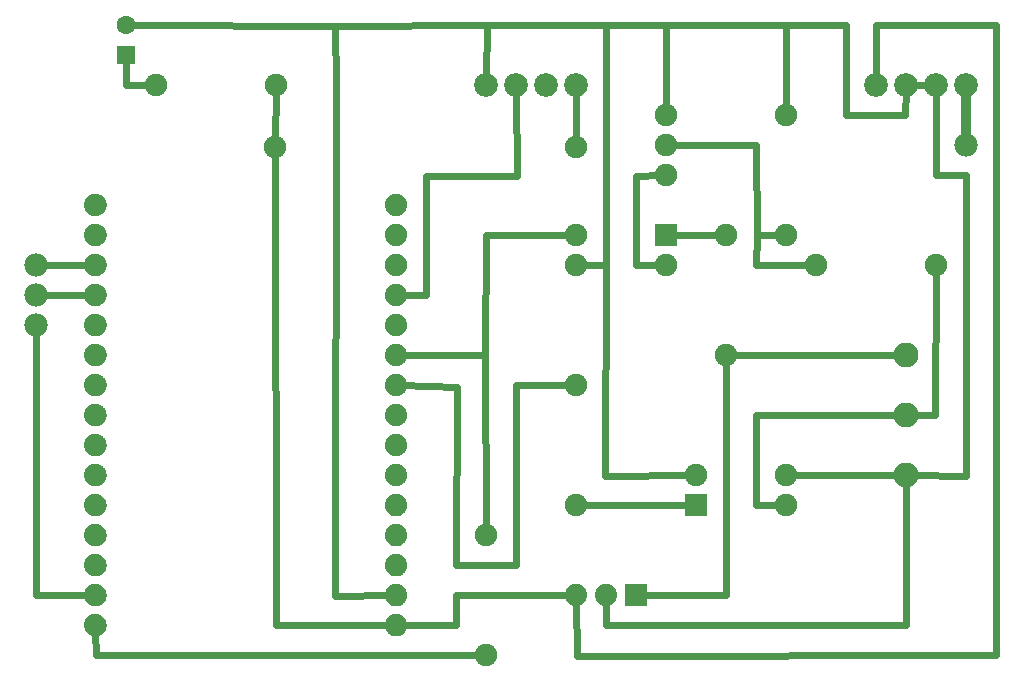
<source format=gbl>
G04 MADE WITH FRITZING*
G04 WWW.FRITZING.ORG*
G04 SINGLE SIDED*
G04 HOLES NOT PLATED*
G04 CONTOUR ON CENTER OF CONTOUR VECTOR*
%ASAXBY*%
%FSLAX23Y23*%
%MOIN*%
%OFA0B0*%
%SFA1.0B1.0*%
%ADD10C,0.074000*%
%ADD11C,0.078000*%
%ADD12C,0.062992*%
%ADD13C,0.074106*%
%ADD14C,0.075000*%
%ADD15C,0.083307*%
%ADD16C,0.079370*%
%ADD17R,0.062992X0.062992*%
%ADD18R,0.075000X0.075000*%
%ADD19C,0.024000*%
%ADD20C,0.032000*%
%ADD21R,0.001000X0.001000*%
%LNCOPPER0*%
G90*
G70*
G54D10*
X2326Y588D03*
X2226Y588D03*
X2126Y588D03*
X2326Y588D03*
X2226Y588D03*
X2126Y588D03*
X2326Y588D03*
X2226Y588D03*
X2126Y588D03*
G54D11*
X326Y1688D03*
X326Y1588D03*
X326Y1488D03*
X326Y1688D03*
X326Y1588D03*
X326Y1488D03*
G54D12*
X625Y2390D03*
X625Y2488D03*
X625Y2390D03*
X625Y2488D03*
G54D13*
X524Y488D03*
X524Y588D03*
X524Y688D03*
X524Y788D03*
X524Y888D03*
X524Y989D03*
X524Y1089D03*
X524Y1189D03*
X524Y1289D03*
X524Y1389D03*
X524Y1489D03*
X524Y1589D03*
X524Y1690D03*
X524Y1790D03*
X524Y1890D03*
X1526Y488D03*
X1526Y588D03*
X1526Y688D03*
X1526Y788D03*
X1526Y888D03*
X1526Y989D03*
X1526Y1089D03*
X1526Y1189D03*
X1526Y1289D03*
X1526Y1389D03*
X1526Y1489D03*
X1526Y1589D03*
X1526Y1690D03*
X1526Y1790D03*
X1526Y1890D03*
X524Y488D03*
X524Y588D03*
X524Y688D03*
X524Y788D03*
X524Y888D03*
X524Y989D03*
X524Y1089D03*
X524Y1189D03*
X524Y1289D03*
X524Y1389D03*
X524Y1489D03*
X524Y1589D03*
X524Y1690D03*
X524Y1790D03*
X524Y1890D03*
X1526Y488D03*
X1526Y588D03*
X1526Y688D03*
X1526Y788D03*
X1526Y888D03*
X1526Y989D03*
X1526Y1089D03*
X1526Y1189D03*
X1526Y1289D03*
X1526Y1389D03*
X1526Y1489D03*
X1526Y1589D03*
X1526Y1690D03*
X1526Y1790D03*
X1526Y1890D03*
G54D14*
X2426Y2188D03*
X2426Y2088D03*
X2426Y1988D03*
X2426Y2188D03*
X2426Y2088D03*
X2426Y1988D03*
G54D11*
X3426Y2088D03*
X3426Y2088D03*
G54D14*
X2826Y1788D03*
X2826Y2188D03*
X2826Y1788D03*
X2826Y2188D03*
X2626Y1388D03*
X2626Y1788D03*
X2626Y1388D03*
X2626Y1788D03*
X1126Y2288D03*
X726Y2288D03*
X1126Y2288D03*
X726Y2288D03*
X3326Y1688D03*
X2926Y1688D03*
X3326Y1688D03*
X2926Y1688D03*
X2526Y888D03*
X2826Y888D03*
X2526Y988D03*
X2826Y988D03*
X2526Y888D03*
X2826Y888D03*
X2526Y988D03*
X2826Y988D03*
X2426Y1788D03*
X2126Y1788D03*
X2426Y1688D03*
X2126Y1688D03*
X2426Y1788D03*
X2126Y1788D03*
X2426Y1688D03*
X2126Y1688D03*
X2126Y888D03*
X2126Y1288D03*
X2126Y888D03*
X2126Y1288D03*
X1826Y388D03*
X1826Y788D03*
X1826Y388D03*
X1826Y788D03*
X1122Y2084D03*
X2126Y2084D03*
G54D15*
X3226Y1388D03*
X3226Y1188D03*
X3226Y988D03*
X3226Y1388D03*
X3226Y1188D03*
X3226Y988D03*
G54D16*
X2126Y2288D03*
X2026Y2288D03*
X1926Y2288D03*
X1826Y2288D03*
X2126Y2288D03*
X2026Y2288D03*
X1926Y2288D03*
X1826Y2288D03*
X3426Y2288D03*
X3326Y2288D03*
X3226Y2288D03*
X3126Y2288D03*
X3426Y2288D03*
X3326Y2288D03*
X3226Y2288D03*
X3126Y2288D03*
G54D17*
X625Y2390D03*
X625Y2390D03*
G54D18*
X2526Y888D03*
X2526Y888D03*
X2426Y1788D03*
X2426Y1788D03*
G54D19*
X2128Y385D02*
X2126Y568D01*
D02*
X3526Y388D02*
X2128Y385D01*
D02*
X1126Y488D02*
X1508Y488D01*
D02*
X1122Y2067D02*
X1126Y488D01*
D02*
X2626Y588D02*
X2345Y588D01*
D02*
X3226Y488D02*
X2226Y488D01*
D02*
X2226Y488D02*
X2226Y568D01*
D02*
X3226Y968D02*
X3226Y488D01*
D02*
X1726Y588D02*
X1726Y488D01*
D02*
X1726Y488D02*
X1543Y488D01*
D02*
X2106Y588D02*
X1726Y588D01*
D02*
X345Y1688D02*
X507Y1689D01*
D02*
X345Y1588D02*
X507Y1589D01*
D02*
X326Y588D02*
X507Y588D01*
D02*
X326Y1469D02*
X326Y588D01*
D02*
X1322Y2486D02*
X641Y2488D01*
D02*
X1122Y2102D02*
X1125Y2270D01*
D02*
X626Y2288D02*
X626Y2374D01*
D02*
X708Y2288D02*
X626Y2288D01*
D02*
X3425Y987D02*
X3426Y1988D01*
D02*
X3426Y1988D02*
X3326Y1988D01*
D02*
X3425Y987D02*
X3245Y988D01*
D02*
X3326Y1988D02*
X3326Y2268D01*
D02*
X2108Y1788D02*
X1826Y1791D01*
D02*
X1826Y1791D02*
X1822Y1391D01*
D02*
X1822Y1391D02*
X1825Y805D01*
D02*
X1822Y1391D02*
X1543Y1389D01*
D02*
X2726Y891D02*
X2808Y889D01*
D02*
X2725Y1189D02*
X2726Y891D01*
D02*
X3206Y1188D02*
X2725Y1189D01*
D02*
X3222Y2189D02*
X3225Y2268D01*
D02*
X3026Y2189D02*
X3222Y2189D01*
D02*
X3026Y2489D02*
X3026Y2189D01*
D02*
X2826Y2488D02*
X3026Y2489D01*
D02*
X2426Y2488D02*
X2826Y2488D01*
D02*
X2826Y2488D02*
X2826Y2205D01*
D02*
X2225Y2489D02*
X2426Y2488D01*
D02*
X2426Y2488D02*
X2426Y2205D01*
D02*
X1828Y2489D02*
X2225Y2489D01*
D02*
X2225Y2489D02*
X2225Y1690D01*
D02*
X1322Y2486D02*
X1828Y2489D01*
D02*
X2225Y1690D02*
X2224Y986D01*
D02*
X2225Y1690D02*
X2143Y1688D01*
D02*
X1826Y2308D02*
X1828Y2489D01*
D02*
X1326Y2288D02*
X1322Y2486D01*
D02*
X2224Y986D02*
X2508Y988D01*
D02*
X1322Y586D02*
X1326Y2288D01*
D02*
X1508Y588D02*
X1322Y586D01*
G54D20*
D02*
X3426Y2107D02*
X3426Y2268D01*
G54D19*
D02*
X1926Y2268D02*
X1928Y1986D01*
D02*
X1928Y1986D02*
X1627Y1986D01*
D02*
X1627Y1986D02*
X1627Y1589D01*
D02*
X1627Y1589D02*
X1543Y1589D01*
D02*
X2126Y2102D02*
X2126Y2268D01*
D02*
X2729Y1790D02*
X2808Y1788D01*
D02*
X2729Y1790D02*
X2725Y1690D01*
D02*
X2725Y1690D02*
X2908Y1688D01*
D02*
X2725Y2088D02*
X2729Y1790D01*
D02*
X2443Y2088D02*
X2725Y2088D01*
D02*
X1726Y688D02*
X1728Y1284D01*
D02*
X1728Y1284D02*
X1543Y1289D01*
D02*
X1926Y688D02*
X1726Y688D01*
D02*
X1926Y1288D02*
X1926Y688D01*
D02*
X2108Y1288D02*
X1926Y1288D01*
D02*
X2508Y888D02*
X2143Y888D01*
D02*
X3325Y1670D02*
X3324Y1189D01*
D02*
X3324Y1189D02*
X3245Y1188D01*
D02*
X3206Y988D02*
X2843Y988D01*
D02*
X3126Y2308D02*
X3125Y2489D01*
D02*
X3125Y2489D02*
X3526Y2488D01*
D02*
X3526Y2488D02*
X3526Y388D01*
D02*
X2326Y1987D02*
X2408Y1988D01*
D02*
X2326Y1987D02*
X2326Y1690D01*
D02*
X2326Y1690D02*
X2408Y1688D01*
D02*
X3245Y2288D02*
X3306Y2288D01*
D02*
X1126Y388D02*
X1808Y388D01*
D02*
X2443Y1788D02*
X2608Y1788D01*
D02*
X2626Y1388D02*
X3206Y1388D01*
D02*
X2626Y1388D02*
X2626Y588D01*
D02*
X526Y388D02*
X524Y470D01*
D02*
X1126Y388D02*
X526Y388D01*
G54D21*
X518Y1926D02*
X531Y1926D01*
X1520Y1926D02*
X1532Y1926D01*
X514Y1925D02*
X535Y1925D01*
X1516Y1925D02*
X1536Y1925D01*
X512Y1924D02*
X538Y1924D01*
X1513Y1924D02*
X1539Y1924D01*
X509Y1923D02*
X540Y1923D01*
X1511Y1923D02*
X1541Y1923D01*
X507Y1922D02*
X542Y1922D01*
X1509Y1922D02*
X1543Y1922D01*
X506Y1921D02*
X544Y1921D01*
X1507Y1921D02*
X1545Y1921D01*
X504Y1920D02*
X545Y1920D01*
X1505Y1920D02*
X1547Y1920D01*
X503Y1919D02*
X547Y1919D01*
X1504Y1919D02*
X1548Y1919D01*
X501Y1918D02*
X548Y1918D01*
X1503Y1918D02*
X1549Y1918D01*
X500Y1917D02*
X549Y1917D01*
X1502Y1917D02*
X1550Y1917D01*
X499Y1916D02*
X550Y1916D01*
X1500Y1916D02*
X1552Y1916D01*
X498Y1915D02*
X551Y1915D01*
X1499Y1915D02*
X1553Y1915D01*
X497Y1914D02*
X552Y1914D01*
X1499Y1914D02*
X1553Y1914D01*
X496Y1913D02*
X553Y1913D01*
X1498Y1913D02*
X1554Y1913D01*
X496Y1912D02*
X554Y1912D01*
X1497Y1912D02*
X1555Y1912D01*
X495Y1911D02*
X554Y1911D01*
X1496Y1911D02*
X1556Y1911D01*
X494Y1910D02*
X555Y1910D01*
X1496Y1910D02*
X1556Y1910D01*
X494Y1909D02*
X555Y1909D01*
X1495Y1909D02*
X1557Y1909D01*
X493Y1908D02*
X556Y1908D01*
X1494Y1908D02*
X1558Y1908D01*
X493Y1907D02*
X521Y1907D01*
X528Y1907D02*
X557Y1907D01*
X1494Y1907D02*
X1523Y1907D01*
X1529Y1907D02*
X1558Y1907D01*
X492Y1906D02*
X517Y1906D01*
X532Y1906D02*
X557Y1906D01*
X1493Y1906D02*
X1519Y1906D01*
X1533Y1906D02*
X1559Y1906D01*
X492Y1905D02*
X515Y1905D01*
X534Y1905D02*
X558Y1905D01*
X1493Y1905D02*
X1517Y1905D01*
X1535Y1905D02*
X1559Y1905D01*
X491Y1904D02*
X514Y1904D01*
X535Y1904D02*
X558Y1904D01*
X1493Y1904D02*
X1515Y1904D01*
X1537Y1904D02*
X1559Y1904D01*
X491Y1903D02*
X513Y1903D01*
X536Y1903D02*
X558Y1903D01*
X1492Y1903D02*
X1514Y1903D01*
X1538Y1903D02*
X1560Y1903D01*
X490Y1902D02*
X512Y1902D01*
X538Y1902D02*
X559Y1902D01*
X1492Y1902D02*
X1513Y1902D01*
X1539Y1902D02*
X1560Y1902D01*
X490Y1901D02*
X511Y1901D01*
X538Y1901D02*
X559Y1901D01*
X1491Y1901D02*
X1512Y1901D01*
X1540Y1901D02*
X1561Y1901D01*
X490Y1900D02*
X510Y1900D01*
X539Y1900D02*
X559Y1900D01*
X1491Y1900D02*
X1511Y1900D01*
X1541Y1900D02*
X1561Y1900D01*
X489Y1899D02*
X509Y1899D01*
X540Y1899D02*
X560Y1899D01*
X1491Y1899D02*
X1511Y1899D01*
X1541Y1899D02*
X1561Y1899D01*
X489Y1898D02*
X509Y1898D01*
X541Y1898D02*
X560Y1898D01*
X1491Y1898D02*
X1510Y1898D01*
X1542Y1898D02*
X1561Y1898D01*
X489Y1897D02*
X508Y1897D01*
X541Y1897D02*
X560Y1897D01*
X1490Y1897D02*
X1509Y1897D01*
X1543Y1897D02*
X1562Y1897D01*
X489Y1896D02*
X508Y1896D01*
X542Y1896D02*
X560Y1896D01*
X1490Y1896D02*
X1509Y1896D01*
X1543Y1896D02*
X1562Y1896D01*
X488Y1895D02*
X507Y1895D01*
X542Y1895D02*
X561Y1895D01*
X1490Y1895D02*
X1509Y1895D01*
X1543Y1895D02*
X1562Y1895D01*
X488Y1894D02*
X507Y1894D01*
X542Y1894D02*
X561Y1894D01*
X1490Y1894D02*
X1508Y1894D01*
X1544Y1894D02*
X1562Y1894D01*
X488Y1893D02*
X507Y1893D01*
X542Y1893D02*
X561Y1893D01*
X1490Y1893D02*
X1508Y1893D01*
X1544Y1893D02*
X1562Y1893D01*
X488Y1892D02*
X507Y1892D01*
X542Y1892D02*
X561Y1892D01*
X1490Y1892D02*
X1508Y1892D01*
X1544Y1892D02*
X1562Y1892D01*
X488Y1891D02*
X507Y1891D01*
X542Y1891D02*
X561Y1891D01*
X1490Y1891D02*
X1508Y1891D01*
X1544Y1891D02*
X1562Y1891D01*
X488Y1890D02*
X507Y1890D01*
X543Y1890D02*
X561Y1890D01*
X1489Y1890D02*
X1508Y1890D01*
X1544Y1890D02*
X1563Y1890D01*
X488Y1889D02*
X507Y1889D01*
X543Y1889D02*
X561Y1889D01*
X1489Y1889D02*
X1508Y1889D01*
X1544Y1889D02*
X1563Y1889D01*
X488Y1888D02*
X507Y1888D01*
X542Y1888D02*
X561Y1888D01*
X1490Y1888D02*
X1508Y1888D01*
X1544Y1888D02*
X1562Y1888D01*
X488Y1887D02*
X507Y1887D01*
X542Y1887D02*
X561Y1887D01*
X1490Y1887D02*
X1508Y1887D01*
X1544Y1887D02*
X1562Y1887D01*
X488Y1886D02*
X507Y1886D01*
X542Y1886D02*
X561Y1886D01*
X1490Y1886D02*
X1508Y1886D01*
X1544Y1886D02*
X1562Y1886D01*
X488Y1885D02*
X507Y1885D01*
X542Y1885D02*
X561Y1885D01*
X1490Y1885D02*
X1509Y1885D01*
X1543Y1885D02*
X1562Y1885D01*
X489Y1884D02*
X507Y1884D01*
X542Y1884D02*
X561Y1884D01*
X1490Y1884D02*
X1509Y1884D01*
X1543Y1884D02*
X1562Y1884D01*
X489Y1883D02*
X508Y1883D01*
X541Y1883D02*
X560Y1883D01*
X1490Y1883D02*
X1509Y1883D01*
X1543Y1883D02*
X1562Y1883D01*
X489Y1882D02*
X508Y1882D01*
X541Y1882D02*
X560Y1882D01*
X1490Y1882D02*
X1510Y1882D01*
X1542Y1882D02*
X1562Y1882D01*
X489Y1881D02*
X509Y1881D01*
X540Y1881D02*
X560Y1881D01*
X1491Y1881D02*
X1510Y1881D01*
X1542Y1881D02*
X1561Y1881D01*
X489Y1880D02*
X509Y1880D01*
X540Y1880D02*
X560Y1880D01*
X1491Y1880D02*
X1511Y1880D01*
X1541Y1880D02*
X1561Y1880D01*
X490Y1879D02*
X510Y1879D01*
X539Y1879D02*
X559Y1879D01*
X1491Y1879D02*
X1512Y1879D01*
X1540Y1879D02*
X1561Y1879D01*
X490Y1878D02*
X511Y1878D01*
X538Y1878D02*
X559Y1878D01*
X1492Y1878D02*
X1513Y1878D01*
X1539Y1878D02*
X1560Y1878D01*
X490Y1877D02*
X512Y1877D01*
X537Y1877D02*
X559Y1877D01*
X1492Y1877D02*
X1513Y1877D01*
X1539Y1877D02*
X1560Y1877D01*
X491Y1876D02*
X513Y1876D01*
X536Y1876D02*
X558Y1876D01*
X1492Y1876D02*
X1515Y1876D01*
X1537Y1876D02*
X1560Y1876D01*
X491Y1875D02*
X514Y1875D01*
X535Y1875D02*
X558Y1875D01*
X1493Y1875D02*
X1516Y1875D01*
X1536Y1875D02*
X1559Y1875D01*
X492Y1874D02*
X516Y1874D01*
X533Y1874D02*
X557Y1874D01*
X1493Y1874D02*
X1518Y1874D01*
X1534Y1874D02*
X1559Y1874D01*
X492Y1873D02*
X519Y1873D01*
X531Y1873D02*
X557Y1873D01*
X1494Y1873D02*
X1520Y1873D01*
X1532Y1873D02*
X1558Y1873D01*
X493Y1872D02*
X556Y1872D01*
X1494Y1872D02*
X1558Y1872D01*
X493Y1871D02*
X556Y1871D01*
X1495Y1871D02*
X1557Y1871D01*
X494Y1870D02*
X555Y1870D01*
X1495Y1870D02*
X1557Y1870D01*
X494Y1869D02*
X555Y1869D01*
X1496Y1869D02*
X1556Y1869D01*
X495Y1868D02*
X554Y1868D01*
X1497Y1868D02*
X1555Y1868D01*
X496Y1867D02*
X553Y1867D01*
X1497Y1867D02*
X1555Y1867D01*
X497Y1866D02*
X552Y1866D01*
X1498Y1866D02*
X1554Y1866D01*
X498Y1865D02*
X552Y1865D01*
X1499Y1865D02*
X1553Y1865D01*
X498Y1864D02*
X551Y1864D01*
X1500Y1864D02*
X1552Y1864D01*
X499Y1863D02*
X550Y1863D01*
X1501Y1863D02*
X1551Y1863D01*
X501Y1862D02*
X549Y1862D01*
X1502Y1862D02*
X1550Y1862D01*
X502Y1861D02*
X547Y1861D01*
X1503Y1861D02*
X1549Y1861D01*
X503Y1860D02*
X546Y1860D01*
X1505Y1860D02*
X1547Y1860D01*
X505Y1859D02*
X545Y1859D01*
X1506Y1859D02*
X1546Y1859D01*
X506Y1858D02*
X543Y1858D01*
X1508Y1858D02*
X1544Y1858D01*
X508Y1857D02*
X541Y1857D01*
X1510Y1857D02*
X1542Y1857D01*
X510Y1856D02*
X539Y1856D01*
X1512Y1856D02*
X1540Y1856D01*
X513Y1855D02*
X536Y1855D01*
X1514Y1855D02*
X1538Y1855D01*
X516Y1854D02*
X533Y1854D01*
X1517Y1854D02*
X1535Y1854D01*
X521Y1853D02*
X528Y1853D01*
X1522Y1853D02*
X1530Y1853D01*
X519Y1826D02*
X530Y1826D01*
X1520Y1826D02*
X1532Y1826D01*
X515Y1825D02*
X534Y1825D01*
X1516Y1825D02*
X1536Y1825D01*
X512Y1824D02*
X537Y1824D01*
X1513Y1824D02*
X1539Y1824D01*
X510Y1823D02*
X540Y1823D01*
X1511Y1823D02*
X1541Y1823D01*
X507Y1822D02*
X542Y1822D01*
X1509Y1822D02*
X1543Y1822D01*
X506Y1821D02*
X543Y1821D01*
X1507Y1821D02*
X1545Y1821D01*
X504Y1820D02*
X545Y1820D01*
X1506Y1820D02*
X1546Y1820D01*
X503Y1819D02*
X546Y1819D01*
X1504Y1819D02*
X1548Y1819D01*
X501Y1818D02*
X548Y1818D01*
X1503Y1818D02*
X1549Y1818D01*
X500Y1817D02*
X549Y1817D01*
X1502Y1817D02*
X1550Y1817D01*
X499Y1816D02*
X550Y1816D01*
X1501Y1816D02*
X1551Y1816D01*
X498Y1815D02*
X551Y1815D01*
X1500Y1815D02*
X1552Y1815D01*
X497Y1814D02*
X552Y1814D01*
X1499Y1814D02*
X1553Y1814D01*
X496Y1813D02*
X553Y1813D01*
X1498Y1813D02*
X1554Y1813D01*
X496Y1812D02*
X553Y1812D01*
X1497Y1812D02*
X1555Y1812D01*
X495Y1811D02*
X554Y1811D01*
X1496Y1811D02*
X1556Y1811D01*
X494Y1810D02*
X555Y1810D01*
X1496Y1810D02*
X1556Y1810D01*
X494Y1809D02*
X555Y1809D01*
X1495Y1809D02*
X1557Y1809D01*
X493Y1808D02*
X556Y1808D01*
X1495Y1808D02*
X1557Y1808D01*
X493Y1807D02*
X522Y1807D01*
X527Y1807D02*
X557Y1807D01*
X1494Y1807D02*
X1524Y1807D01*
X1528Y1807D02*
X1558Y1807D01*
X492Y1806D02*
X517Y1806D01*
X532Y1806D02*
X557Y1806D01*
X1494Y1806D02*
X1519Y1806D01*
X1533Y1806D02*
X1558Y1806D01*
X492Y1805D02*
X516Y1805D01*
X534Y1805D02*
X558Y1805D01*
X1493Y1805D02*
X1517Y1805D01*
X1535Y1805D02*
X1559Y1805D01*
X491Y1804D02*
X514Y1804D01*
X535Y1804D02*
X558Y1804D01*
X1493Y1804D02*
X1515Y1804D01*
X1537Y1804D02*
X1559Y1804D01*
X491Y1803D02*
X513Y1803D01*
X536Y1803D02*
X558Y1803D01*
X1492Y1803D02*
X1514Y1803D01*
X1538Y1803D02*
X1560Y1803D01*
X490Y1802D02*
X512Y1802D01*
X537Y1802D02*
X559Y1802D01*
X1492Y1802D02*
X1513Y1802D01*
X1539Y1802D02*
X1560Y1802D01*
X490Y1801D02*
X511Y1801D01*
X538Y1801D02*
X559Y1801D01*
X1491Y1801D02*
X1512Y1801D01*
X1540Y1801D02*
X1561Y1801D01*
X490Y1800D02*
X510Y1800D01*
X539Y1800D02*
X559Y1800D01*
X1491Y1800D02*
X1511Y1800D01*
X1541Y1800D02*
X1561Y1800D01*
X489Y1799D02*
X509Y1799D01*
X540Y1799D02*
X560Y1799D01*
X1491Y1799D02*
X1511Y1799D01*
X1541Y1799D02*
X1561Y1799D01*
X489Y1798D02*
X509Y1798D01*
X541Y1798D02*
X560Y1798D01*
X1491Y1798D02*
X1510Y1798D01*
X1542Y1798D02*
X1561Y1798D01*
X489Y1797D02*
X508Y1797D01*
X541Y1797D02*
X560Y1797D01*
X1490Y1797D02*
X1509Y1797D01*
X1543Y1797D02*
X1562Y1797D01*
X489Y1796D02*
X508Y1796D01*
X542Y1796D02*
X560Y1796D01*
X1490Y1796D02*
X1509Y1796D01*
X1543Y1796D02*
X1562Y1796D01*
X489Y1795D02*
X507Y1795D01*
X542Y1795D02*
X561Y1795D01*
X1490Y1795D02*
X1509Y1795D01*
X1543Y1795D02*
X1562Y1795D01*
X488Y1794D02*
X507Y1794D01*
X542Y1794D02*
X561Y1794D01*
X1490Y1794D02*
X1508Y1794D01*
X1544Y1794D02*
X1562Y1794D01*
X488Y1793D02*
X507Y1793D01*
X542Y1793D02*
X561Y1793D01*
X1490Y1793D02*
X1508Y1793D01*
X1544Y1793D02*
X1562Y1793D01*
X488Y1792D02*
X507Y1792D01*
X542Y1792D02*
X561Y1792D01*
X1490Y1792D02*
X1508Y1792D01*
X1544Y1792D02*
X1562Y1792D01*
X488Y1791D02*
X507Y1791D01*
X542Y1791D02*
X561Y1791D01*
X1490Y1791D02*
X1508Y1791D01*
X1544Y1791D02*
X1562Y1791D01*
X488Y1790D02*
X507Y1790D01*
X543Y1790D02*
X561Y1790D01*
X1489Y1790D02*
X1508Y1790D01*
X1544Y1790D02*
X1563Y1790D01*
X488Y1789D02*
X507Y1789D01*
X543Y1789D02*
X561Y1789D01*
X1489Y1789D02*
X1508Y1789D01*
X1544Y1789D02*
X1563Y1789D01*
X488Y1788D02*
X507Y1788D01*
X542Y1788D02*
X561Y1788D01*
X1490Y1788D02*
X1508Y1788D01*
X1544Y1788D02*
X1562Y1788D01*
X488Y1787D02*
X507Y1787D01*
X542Y1787D02*
X561Y1787D01*
X1490Y1787D02*
X1508Y1787D01*
X1544Y1787D02*
X1562Y1787D01*
X488Y1786D02*
X507Y1786D01*
X542Y1786D02*
X561Y1786D01*
X1490Y1786D02*
X1508Y1786D01*
X1544Y1786D02*
X1562Y1786D01*
X488Y1785D02*
X507Y1785D01*
X542Y1785D02*
X561Y1785D01*
X1490Y1785D02*
X1509Y1785D01*
X1543Y1785D02*
X1562Y1785D01*
X489Y1784D02*
X507Y1784D01*
X542Y1784D02*
X561Y1784D01*
X1490Y1784D02*
X1509Y1784D01*
X1543Y1784D02*
X1562Y1784D01*
X489Y1783D02*
X508Y1783D01*
X541Y1783D02*
X560Y1783D01*
X1490Y1783D02*
X1509Y1783D01*
X1543Y1783D02*
X1562Y1783D01*
X489Y1782D02*
X508Y1782D01*
X541Y1782D02*
X560Y1782D01*
X1490Y1782D02*
X1510Y1782D01*
X1542Y1782D02*
X1562Y1782D01*
X489Y1781D02*
X509Y1781D01*
X540Y1781D02*
X560Y1781D01*
X1491Y1781D02*
X1510Y1781D01*
X1542Y1781D02*
X1561Y1781D01*
X489Y1780D02*
X509Y1780D01*
X540Y1780D02*
X560Y1780D01*
X1491Y1780D02*
X1511Y1780D01*
X1541Y1780D02*
X1561Y1780D01*
X490Y1779D02*
X510Y1779D01*
X539Y1779D02*
X559Y1779D01*
X1491Y1779D02*
X1512Y1779D01*
X1540Y1779D02*
X1561Y1779D01*
X490Y1778D02*
X511Y1778D01*
X538Y1778D02*
X559Y1778D01*
X1492Y1778D02*
X1512Y1778D01*
X1540Y1778D02*
X1560Y1778D01*
X490Y1777D02*
X512Y1777D01*
X537Y1777D02*
X559Y1777D01*
X1492Y1777D02*
X1513Y1777D01*
X1539Y1777D02*
X1560Y1777D01*
X491Y1776D02*
X513Y1776D01*
X536Y1776D02*
X558Y1776D01*
X1492Y1776D02*
X1515Y1776D01*
X1537Y1776D02*
X1560Y1776D01*
X491Y1775D02*
X514Y1775D01*
X535Y1775D02*
X558Y1775D01*
X1493Y1775D02*
X1516Y1775D01*
X1536Y1775D02*
X1559Y1775D01*
X492Y1774D02*
X516Y1774D01*
X533Y1774D02*
X557Y1774D01*
X1493Y1774D02*
X1517Y1774D01*
X1535Y1774D02*
X1559Y1774D01*
X492Y1773D02*
X518Y1773D01*
X531Y1773D02*
X557Y1773D01*
X1494Y1773D02*
X1520Y1773D01*
X1532Y1773D02*
X1558Y1773D01*
X493Y1772D02*
X556Y1772D01*
X1494Y1772D02*
X1558Y1772D01*
X493Y1771D02*
X556Y1771D01*
X1495Y1771D02*
X1557Y1771D01*
X494Y1770D02*
X555Y1770D01*
X1495Y1770D02*
X1557Y1770D01*
X494Y1769D02*
X555Y1769D01*
X1496Y1769D02*
X1556Y1769D01*
X495Y1768D02*
X554Y1768D01*
X1497Y1768D02*
X1555Y1768D01*
X496Y1767D02*
X553Y1767D01*
X1497Y1767D02*
X1555Y1767D01*
X497Y1766D02*
X553Y1766D01*
X1498Y1766D02*
X1554Y1766D01*
X497Y1765D02*
X552Y1765D01*
X1499Y1765D02*
X1553Y1765D01*
X498Y1764D02*
X551Y1764D01*
X1500Y1764D02*
X1552Y1764D01*
X499Y1763D02*
X550Y1763D01*
X1501Y1763D02*
X1551Y1763D01*
X500Y1762D02*
X549Y1762D01*
X1502Y1762D02*
X1550Y1762D01*
X502Y1761D02*
X548Y1761D01*
X1503Y1761D02*
X1549Y1761D01*
X503Y1760D02*
X546Y1760D01*
X1504Y1760D02*
X1548Y1760D01*
X504Y1759D02*
X545Y1759D01*
X1506Y1759D02*
X1546Y1759D01*
X506Y1758D02*
X543Y1758D01*
X1508Y1758D02*
X1544Y1758D01*
X508Y1757D02*
X541Y1757D01*
X1509Y1757D02*
X1543Y1757D01*
X510Y1756D02*
X539Y1756D01*
X1511Y1756D02*
X1541Y1756D01*
X512Y1755D02*
X537Y1755D01*
X1514Y1755D02*
X1538Y1755D01*
X516Y1754D02*
X534Y1754D01*
X1517Y1754D02*
X1535Y1754D01*
X520Y1753D02*
X529Y1753D01*
X1522Y1753D02*
X1530Y1753D01*
X520Y1726D02*
X530Y1726D01*
X1521Y1726D02*
X1531Y1726D01*
X515Y1725D02*
X534Y1725D01*
X1517Y1725D02*
X1535Y1725D01*
X512Y1724D02*
X537Y1724D01*
X1514Y1724D02*
X1538Y1724D01*
X510Y1723D02*
X539Y1723D01*
X1511Y1723D02*
X1541Y1723D01*
X508Y1722D02*
X541Y1722D01*
X1509Y1722D02*
X1543Y1722D01*
X506Y1721D02*
X543Y1721D01*
X1507Y1721D02*
X1545Y1721D01*
X504Y1720D02*
X545Y1720D01*
X1506Y1720D02*
X1546Y1720D01*
X503Y1719D02*
X546Y1719D01*
X1504Y1719D02*
X1548Y1719D01*
X501Y1718D02*
X548Y1718D01*
X1503Y1718D02*
X1549Y1718D01*
X500Y1717D02*
X549Y1717D01*
X1502Y1717D02*
X1550Y1717D01*
X499Y1716D02*
X550Y1716D01*
X1501Y1716D02*
X1551Y1716D01*
X498Y1715D02*
X551Y1715D01*
X1500Y1715D02*
X1552Y1715D01*
X497Y1714D02*
X552Y1714D01*
X1499Y1714D02*
X1553Y1714D01*
X496Y1713D02*
X553Y1713D01*
X1498Y1713D02*
X1554Y1713D01*
X496Y1712D02*
X553Y1712D01*
X1497Y1712D02*
X1555Y1712D01*
X495Y1711D02*
X554Y1711D01*
X1496Y1711D02*
X1556Y1711D01*
X494Y1710D02*
X555Y1710D01*
X1496Y1710D02*
X1556Y1710D01*
X494Y1709D02*
X555Y1709D01*
X1495Y1709D02*
X1557Y1709D01*
X493Y1708D02*
X556Y1708D01*
X1495Y1708D02*
X1557Y1708D01*
X493Y1707D02*
X557Y1707D01*
X1494Y1707D02*
X1558Y1707D01*
X492Y1706D02*
X518Y1706D01*
X531Y1706D02*
X557Y1706D01*
X1494Y1706D02*
X1519Y1706D01*
X1533Y1706D02*
X1558Y1706D01*
X492Y1705D02*
X516Y1705D01*
X533Y1705D02*
X557Y1705D01*
X1493Y1705D02*
X1517Y1705D01*
X1535Y1705D02*
X1559Y1705D01*
X491Y1704D02*
X514Y1704D01*
X535Y1704D02*
X558Y1704D01*
X1493Y1704D02*
X1516Y1704D01*
X1536Y1704D02*
X1559Y1704D01*
X491Y1703D02*
X513Y1703D01*
X536Y1703D02*
X558Y1703D01*
X1492Y1703D02*
X1514Y1703D01*
X1538Y1703D02*
X1560Y1703D01*
X490Y1702D02*
X512Y1702D01*
X537Y1702D02*
X559Y1702D01*
X1492Y1702D02*
X1513Y1702D01*
X1539Y1702D02*
X1560Y1702D01*
X490Y1701D02*
X511Y1701D01*
X538Y1701D02*
X559Y1701D01*
X1491Y1701D02*
X1512Y1701D01*
X1540Y1701D02*
X1561Y1701D01*
X490Y1700D02*
X510Y1700D01*
X539Y1700D02*
X559Y1700D01*
X1491Y1700D02*
X1511Y1700D01*
X1541Y1700D02*
X1561Y1700D01*
X489Y1699D02*
X509Y1699D01*
X540Y1699D02*
X560Y1699D01*
X1491Y1699D02*
X1511Y1699D01*
X1541Y1699D02*
X1561Y1699D01*
X489Y1698D02*
X509Y1698D01*
X540Y1698D02*
X560Y1698D01*
X1491Y1698D02*
X1510Y1698D01*
X1542Y1698D02*
X1561Y1698D01*
X489Y1697D02*
X508Y1697D01*
X541Y1697D02*
X560Y1697D01*
X1490Y1697D02*
X1510Y1697D01*
X1542Y1697D02*
X1562Y1697D01*
X489Y1696D02*
X508Y1696D01*
X541Y1696D02*
X560Y1696D01*
X1490Y1696D02*
X1509Y1696D01*
X1543Y1696D02*
X1562Y1696D01*
X489Y1695D02*
X507Y1695D01*
X542Y1695D02*
X561Y1695D01*
X1490Y1695D02*
X1509Y1695D01*
X1543Y1695D02*
X1562Y1695D01*
X488Y1694D02*
X507Y1694D01*
X542Y1694D02*
X561Y1694D01*
X1490Y1694D02*
X1508Y1694D01*
X1544Y1694D02*
X1562Y1694D01*
X488Y1693D02*
X507Y1693D01*
X542Y1693D02*
X561Y1693D01*
X1490Y1693D02*
X1508Y1693D01*
X1544Y1693D02*
X1562Y1693D01*
X488Y1692D02*
X507Y1692D01*
X542Y1692D02*
X561Y1692D01*
X1490Y1692D02*
X1508Y1692D01*
X1544Y1692D02*
X1562Y1692D01*
X488Y1691D02*
X507Y1691D01*
X542Y1691D02*
X561Y1691D01*
X1490Y1691D02*
X1508Y1691D01*
X1544Y1691D02*
X1562Y1691D01*
X488Y1690D02*
X507Y1690D01*
X543Y1690D02*
X561Y1690D01*
X1489Y1690D02*
X1508Y1690D01*
X1544Y1690D02*
X1563Y1690D01*
X488Y1689D02*
X507Y1689D01*
X543Y1689D02*
X561Y1689D01*
X1489Y1689D02*
X1508Y1689D01*
X1544Y1689D02*
X1563Y1689D01*
X488Y1688D02*
X507Y1688D01*
X542Y1688D02*
X561Y1688D01*
X1490Y1688D02*
X1508Y1688D01*
X1544Y1688D02*
X1562Y1688D01*
X488Y1687D02*
X507Y1687D01*
X542Y1687D02*
X561Y1687D01*
X1490Y1687D02*
X1508Y1687D01*
X1544Y1687D02*
X1562Y1687D01*
X488Y1686D02*
X507Y1686D01*
X542Y1686D02*
X561Y1686D01*
X1490Y1686D02*
X1508Y1686D01*
X1544Y1686D02*
X1562Y1686D01*
X488Y1685D02*
X507Y1685D01*
X542Y1685D02*
X561Y1685D01*
X1490Y1685D02*
X1508Y1685D01*
X1544Y1685D02*
X1562Y1685D01*
X489Y1684D02*
X507Y1684D01*
X542Y1684D02*
X561Y1684D01*
X1490Y1684D02*
X1509Y1684D01*
X1543Y1684D02*
X1562Y1684D01*
X489Y1683D02*
X508Y1683D01*
X541Y1683D02*
X560Y1683D01*
X1490Y1683D02*
X1509Y1683D01*
X1543Y1683D02*
X1562Y1683D01*
X489Y1682D02*
X508Y1682D01*
X541Y1682D02*
X560Y1682D01*
X1490Y1682D02*
X1510Y1682D01*
X1542Y1682D02*
X1562Y1682D01*
X489Y1681D02*
X509Y1681D01*
X540Y1681D02*
X560Y1681D01*
X1491Y1681D02*
X1510Y1681D01*
X1542Y1681D02*
X1561Y1681D01*
X489Y1680D02*
X509Y1680D01*
X540Y1680D02*
X560Y1680D01*
X1491Y1680D02*
X1511Y1680D01*
X1541Y1680D02*
X1561Y1680D01*
X490Y1679D02*
X510Y1679D01*
X539Y1679D02*
X559Y1679D01*
X1491Y1679D02*
X1511Y1679D01*
X1541Y1679D02*
X1561Y1679D01*
X490Y1678D02*
X511Y1678D01*
X538Y1678D02*
X559Y1678D01*
X1491Y1678D02*
X1512Y1678D01*
X1540Y1678D02*
X1561Y1678D01*
X490Y1677D02*
X512Y1677D01*
X537Y1677D02*
X559Y1677D01*
X1492Y1677D02*
X1513Y1677D01*
X1539Y1677D02*
X1560Y1677D01*
X491Y1676D02*
X513Y1676D01*
X536Y1676D02*
X558Y1676D01*
X1492Y1676D02*
X1514Y1676D01*
X1538Y1676D02*
X1560Y1676D01*
X491Y1675D02*
X514Y1675D01*
X535Y1675D02*
X558Y1675D01*
X1493Y1675D02*
X1516Y1675D01*
X1536Y1675D02*
X1559Y1675D01*
X492Y1674D02*
X516Y1674D01*
X533Y1674D02*
X557Y1674D01*
X1493Y1674D02*
X1517Y1674D01*
X1535Y1674D02*
X1559Y1674D01*
X492Y1673D02*
X518Y1673D01*
X531Y1673D02*
X557Y1673D01*
X1494Y1673D02*
X1519Y1673D01*
X1533Y1673D02*
X1558Y1673D01*
X493Y1672D02*
X557Y1672D01*
X1494Y1672D02*
X1525Y1672D01*
X1527Y1672D02*
X1558Y1672D01*
X493Y1671D02*
X556Y1671D01*
X1495Y1671D02*
X1557Y1671D01*
X494Y1670D02*
X555Y1670D01*
X1495Y1670D02*
X1557Y1670D01*
X494Y1669D02*
X555Y1669D01*
X1496Y1669D02*
X1556Y1669D01*
X495Y1668D02*
X554Y1668D01*
X1496Y1668D02*
X1556Y1668D01*
X496Y1667D02*
X553Y1667D01*
X1497Y1667D02*
X1555Y1667D01*
X496Y1666D02*
X553Y1666D01*
X1498Y1666D02*
X1554Y1666D01*
X497Y1665D02*
X552Y1665D01*
X1499Y1665D02*
X1553Y1665D01*
X498Y1664D02*
X551Y1664D01*
X1500Y1664D02*
X1552Y1664D01*
X499Y1663D02*
X550Y1663D01*
X1501Y1663D02*
X1551Y1663D01*
X500Y1662D02*
X549Y1662D01*
X1502Y1662D02*
X1550Y1662D01*
X501Y1661D02*
X548Y1661D01*
X1503Y1661D02*
X1549Y1661D01*
X503Y1660D02*
X546Y1660D01*
X1504Y1660D02*
X1548Y1660D01*
X504Y1659D02*
X545Y1659D01*
X1506Y1659D02*
X1546Y1659D01*
X506Y1658D02*
X543Y1658D01*
X1507Y1658D02*
X1545Y1658D01*
X508Y1657D02*
X541Y1657D01*
X1509Y1657D02*
X1543Y1657D01*
X510Y1656D02*
X539Y1656D01*
X1511Y1656D02*
X1541Y1656D01*
X512Y1655D02*
X537Y1655D01*
X1514Y1655D02*
X1538Y1655D01*
X515Y1654D02*
X534Y1654D01*
X1517Y1654D02*
X1535Y1654D01*
X519Y1653D02*
X530Y1653D01*
X1521Y1653D02*
X1531Y1653D01*
X520Y1626D02*
X529Y1626D01*
X1522Y1626D02*
X1530Y1626D01*
X516Y1625D02*
X534Y1625D01*
X1517Y1625D02*
X1535Y1625D01*
X512Y1624D02*
X537Y1624D01*
X1514Y1624D02*
X1538Y1624D01*
X510Y1623D02*
X539Y1623D01*
X1511Y1623D02*
X1541Y1623D01*
X508Y1622D02*
X541Y1622D01*
X1509Y1622D02*
X1543Y1622D01*
X506Y1621D02*
X543Y1621D01*
X1508Y1621D02*
X1544Y1621D01*
X504Y1620D02*
X545Y1620D01*
X1506Y1620D02*
X1546Y1620D01*
X503Y1619D02*
X546Y1619D01*
X1504Y1619D02*
X1548Y1619D01*
X502Y1618D02*
X547Y1618D01*
X1503Y1618D02*
X1549Y1618D01*
X500Y1617D02*
X549Y1617D01*
X1502Y1617D02*
X1550Y1617D01*
X499Y1616D02*
X550Y1616D01*
X1501Y1616D02*
X1551Y1616D01*
X498Y1615D02*
X551Y1615D01*
X1500Y1615D02*
X1552Y1615D01*
X497Y1614D02*
X552Y1614D01*
X1499Y1614D02*
X1553Y1614D01*
X497Y1613D02*
X553Y1613D01*
X1498Y1613D02*
X1554Y1613D01*
X496Y1612D02*
X553Y1612D01*
X1497Y1612D02*
X1555Y1612D01*
X495Y1611D02*
X554Y1611D01*
X1497Y1611D02*
X1555Y1611D01*
X494Y1610D02*
X555Y1610D01*
X1496Y1610D02*
X1556Y1610D01*
X494Y1609D02*
X555Y1609D01*
X1495Y1609D02*
X1557Y1609D01*
X493Y1608D02*
X556Y1608D01*
X1495Y1608D02*
X1557Y1608D01*
X493Y1607D02*
X556Y1607D01*
X1494Y1607D02*
X1558Y1607D01*
X492Y1606D02*
X518Y1606D01*
X531Y1606D02*
X557Y1606D01*
X1494Y1606D02*
X1520Y1606D01*
X1532Y1606D02*
X1558Y1606D01*
X492Y1605D02*
X516Y1605D01*
X533Y1605D02*
X557Y1605D01*
X1493Y1605D02*
X1517Y1605D01*
X1535Y1605D02*
X1559Y1605D01*
X491Y1604D02*
X514Y1604D01*
X535Y1604D02*
X558Y1604D01*
X1493Y1604D02*
X1516Y1604D01*
X1536Y1604D02*
X1559Y1604D01*
X491Y1603D02*
X513Y1603D01*
X536Y1603D02*
X558Y1603D01*
X1492Y1603D02*
X1515Y1603D01*
X1537Y1603D02*
X1560Y1603D01*
X490Y1602D02*
X512Y1602D01*
X537Y1602D02*
X559Y1602D01*
X1492Y1602D02*
X1513Y1602D01*
X1539Y1602D02*
X1560Y1602D01*
X490Y1601D02*
X511Y1601D01*
X538Y1601D02*
X559Y1601D01*
X1492Y1601D02*
X1512Y1601D01*
X1540Y1601D02*
X1560Y1601D01*
X490Y1600D02*
X510Y1600D01*
X539Y1600D02*
X559Y1600D01*
X1491Y1600D02*
X1512Y1600D01*
X1540Y1600D02*
X1561Y1600D01*
X489Y1599D02*
X509Y1599D01*
X540Y1599D02*
X560Y1599D01*
X1491Y1599D02*
X1511Y1599D01*
X1541Y1599D02*
X1561Y1599D01*
X489Y1598D02*
X509Y1598D01*
X540Y1598D02*
X560Y1598D01*
X1491Y1598D02*
X1510Y1598D01*
X1542Y1598D02*
X1561Y1598D01*
X489Y1597D02*
X508Y1597D01*
X541Y1597D02*
X560Y1597D01*
X1490Y1597D02*
X1510Y1597D01*
X1542Y1597D02*
X1562Y1597D01*
X489Y1596D02*
X508Y1596D01*
X541Y1596D02*
X560Y1596D01*
X1490Y1596D02*
X1509Y1596D01*
X1543Y1596D02*
X1562Y1596D01*
X489Y1595D02*
X507Y1595D01*
X542Y1595D02*
X561Y1595D01*
X1490Y1595D02*
X1509Y1595D01*
X1543Y1595D02*
X1562Y1595D01*
X488Y1594D02*
X507Y1594D01*
X542Y1594D02*
X561Y1594D01*
X1490Y1594D02*
X1509Y1594D01*
X1543Y1594D02*
X1562Y1594D01*
X488Y1593D02*
X507Y1593D01*
X542Y1593D02*
X561Y1593D01*
X1490Y1593D02*
X1508Y1593D01*
X1544Y1593D02*
X1562Y1593D01*
X488Y1592D02*
X507Y1592D01*
X542Y1592D02*
X561Y1592D01*
X1490Y1592D02*
X1508Y1592D01*
X1544Y1592D02*
X1562Y1592D01*
X488Y1591D02*
X507Y1591D01*
X542Y1591D02*
X561Y1591D01*
X1490Y1591D02*
X1508Y1591D01*
X1544Y1591D02*
X1562Y1591D01*
X488Y1590D02*
X507Y1590D01*
X543Y1590D02*
X561Y1590D01*
X1489Y1590D02*
X1508Y1590D01*
X1544Y1590D02*
X1563Y1590D01*
X488Y1589D02*
X507Y1589D01*
X543Y1589D02*
X561Y1589D01*
X1489Y1589D02*
X1508Y1589D01*
X1544Y1589D02*
X1563Y1589D01*
X488Y1588D02*
X507Y1588D01*
X542Y1588D02*
X561Y1588D01*
X1490Y1588D02*
X1508Y1588D01*
X1544Y1588D02*
X1562Y1588D01*
X488Y1587D02*
X507Y1587D01*
X542Y1587D02*
X561Y1587D01*
X1490Y1587D02*
X1508Y1587D01*
X1544Y1587D02*
X1562Y1587D01*
X488Y1586D02*
X507Y1586D01*
X542Y1586D02*
X561Y1586D01*
X1490Y1586D02*
X1508Y1586D01*
X1544Y1586D02*
X1562Y1586D01*
X488Y1585D02*
X507Y1585D01*
X542Y1585D02*
X561Y1585D01*
X1490Y1585D02*
X1508Y1585D01*
X1544Y1585D02*
X1562Y1585D01*
X489Y1584D02*
X507Y1584D01*
X542Y1584D02*
X561Y1584D01*
X1490Y1584D02*
X1509Y1584D01*
X1543Y1584D02*
X1562Y1584D01*
X489Y1583D02*
X508Y1583D01*
X542Y1583D02*
X560Y1583D01*
X1490Y1583D02*
X1509Y1583D01*
X1543Y1583D02*
X1562Y1583D01*
X489Y1582D02*
X508Y1582D01*
X541Y1582D02*
X560Y1582D01*
X1490Y1582D02*
X1509Y1582D01*
X1543Y1582D02*
X1562Y1582D01*
X489Y1581D02*
X509Y1581D01*
X541Y1581D02*
X560Y1581D01*
X1491Y1581D02*
X1510Y1581D01*
X1542Y1581D02*
X1561Y1581D01*
X489Y1580D02*
X509Y1580D01*
X540Y1580D02*
X560Y1580D01*
X1491Y1580D02*
X1511Y1580D01*
X1541Y1580D02*
X1561Y1580D01*
X490Y1579D02*
X510Y1579D01*
X539Y1579D02*
X559Y1579D01*
X1491Y1579D02*
X1511Y1579D01*
X1541Y1579D02*
X1561Y1579D01*
X490Y1578D02*
X511Y1578D01*
X538Y1578D02*
X559Y1578D01*
X1491Y1578D02*
X1512Y1578D01*
X1540Y1578D02*
X1561Y1578D01*
X490Y1577D02*
X512Y1577D01*
X537Y1577D02*
X559Y1577D01*
X1492Y1577D02*
X1513Y1577D01*
X1539Y1577D02*
X1560Y1577D01*
X491Y1576D02*
X513Y1576D01*
X536Y1576D02*
X558Y1576D01*
X1492Y1576D02*
X1514Y1576D01*
X1538Y1576D02*
X1560Y1576D01*
X491Y1575D02*
X514Y1575D01*
X535Y1575D02*
X558Y1575D01*
X1493Y1575D02*
X1515Y1575D01*
X1537Y1575D02*
X1559Y1575D01*
X492Y1574D02*
X516Y1574D01*
X534Y1574D02*
X558Y1574D01*
X1493Y1574D02*
X1517Y1574D01*
X1535Y1574D02*
X1559Y1574D01*
X492Y1573D02*
X517Y1573D01*
X532Y1573D02*
X557Y1573D01*
X1494Y1573D02*
X1519Y1573D01*
X1533Y1573D02*
X1558Y1573D01*
X493Y1572D02*
X522Y1572D01*
X527Y1572D02*
X557Y1572D01*
X1494Y1572D02*
X1524Y1572D01*
X1528Y1572D02*
X1558Y1572D01*
X493Y1571D02*
X556Y1571D01*
X1495Y1571D02*
X1557Y1571D01*
X494Y1570D02*
X555Y1570D01*
X1495Y1570D02*
X1557Y1570D01*
X494Y1569D02*
X555Y1569D01*
X1496Y1569D02*
X1556Y1569D01*
X495Y1568D02*
X554Y1568D01*
X1496Y1568D02*
X1556Y1568D01*
X496Y1567D02*
X553Y1567D01*
X1497Y1567D02*
X1555Y1567D01*
X496Y1566D02*
X553Y1566D01*
X1498Y1566D02*
X1554Y1566D01*
X497Y1565D02*
X552Y1565D01*
X1499Y1565D02*
X1553Y1565D01*
X498Y1564D02*
X551Y1564D01*
X1500Y1564D02*
X1552Y1564D01*
X499Y1563D02*
X550Y1563D01*
X1501Y1563D02*
X1551Y1563D01*
X500Y1562D02*
X549Y1562D01*
X1502Y1562D02*
X1550Y1562D01*
X501Y1561D02*
X548Y1561D01*
X1503Y1561D02*
X1549Y1561D01*
X503Y1560D02*
X546Y1560D01*
X1504Y1560D02*
X1548Y1560D01*
X504Y1559D02*
X545Y1559D01*
X1505Y1559D02*
X1547Y1559D01*
X506Y1558D02*
X543Y1558D01*
X1507Y1558D02*
X1545Y1558D01*
X507Y1557D02*
X542Y1557D01*
X1509Y1557D02*
X1543Y1557D01*
X510Y1556D02*
X540Y1556D01*
X1511Y1556D02*
X1541Y1556D01*
X512Y1555D02*
X537Y1555D01*
X1513Y1555D02*
X1539Y1555D01*
X515Y1554D02*
X534Y1554D01*
X1516Y1554D02*
X1536Y1554D01*
X519Y1553D02*
X530Y1553D01*
X1520Y1553D02*
X1532Y1553D01*
X521Y1526D02*
X528Y1526D01*
X1522Y1526D02*
X1530Y1526D01*
X516Y1525D02*
X533Y1525D01*
X1517Y1525D02*
X1535Y1525D01*
X513Y1524D02*
X536Y1524D01*
X1514Y1524D02*
X1538Y1524D01*
X510Y1523D02*
X539Y1523D01*
X1512Y1523D02*
X1540Y1523D01*
X508Y1522D02*
X541Y1522D01*
X1510Y1522D02*
X1542Y1522D01*
X506Y1521D02*
X543Y1521D01*
X1508Y1521D02*
X1544Y1521D01*
X505Y1520D02*
X545Y1520D01*
X1506Y1520D02*
X1546Y1520D01*
X503Y1519D02*
X546Y1519D01*
X1505Y1519D02*
X1547Y1519D01*
X502Y1518D02*
X547Y1518D01*
X1503Y1518D02*
X1549Y1518D01*
X501Y1517D02*
X549Y1517D01*
X1502Y1517D02*
X1550Y1517D01*
X499Y1516D02*
X550Y1516D01*
X1501Y1516D02*
X1551Y1516D01*
X498Y1515D02*
X551Y1515D01*
X1500Y1515D02*
X1552Y1515D01*
X498Y1514D02*
X552Y1514D01*
X1499Y1514D02*
X1553Y1514D01*
X497Y1513D02*
X552Y1513D01*
X1498Y1513D02*
X1554Y1513D01*
X496Y1512D02*
X553Y1512D01*
X1497Y1512D02*
X1555Y1512D01*
X495Y1511D02*
X554Y1511D01*
X1497Y1511D02*
X1555Y1511D01*
X494Y1510D02*
X555Y1510D01*
X1496Y1510D02*
X1556Y1510D01*
X494Y1509D02*
X555Y1509D01*
X1495Y1509D02*
X1557Y1509D01*
X493Y1508D02*
X556Y1508D01*
X1495Y1508D02*
X1557Y1508D01*
X493Y1507D02*
X556Y1507D01*
X1494Y1507D02*
X1558Y1507D01*
X492Y1506D02*
X519Y1506D01*
X531Y1506D02*
X557Y1506D01*
X1494Y1506D02*
X1520Y1506D01*
X1532Y1506D02*
X1558Y1506D01*
X492Y1505D02*
X516Y1505D01*
X533Y1505D02*
X557Y1505D01*
X1493Y1505D02*
X1518Y1505D01*
X1534Y1505D02*
X1559Y1505D01*
X491Y1504D02*
X514Y1504D01*
X535Y1504D02*
X558Y1504D01*
X1493Y1504D02*
X1516Y1504D01*
X1536Y1504D02*
X1559Y1504D01*
X491Y1503D02*
X513Y1503D01*
X536Y1503D02*
X558Y1503D01*
X1492Y1503D02*
X1515Y1503D01*
X1537Y1503D02*
X1560Y1503D01*
X490Y1502D02*
X512Y1502D01*
X537Y1502D02*
X559Y1502D01*
X1492Y1502D02*
X1514Y1502D01*
X1538Y1502D02*
X1560Y1502D01*
X490Y1501D02*
X511Y1501D01*
X538Y1501D02*
X559Y1501D01*
X1492Y1501D02*
X1513Y1501D01*
X1539Y1501D02*
X1560Y1501D01*
X490Y1500D02*
X510Y1500D01*
X539Y1500D02*
X559Y1500D01*
X1491Y1500D02*
X1512Y1500D01*
X1540Y1500D02*
X1561Y1500D01*
X489Y1499D02*
X509Y1499D01*
X540Y1499D02*
X560Y1499D01*
X1491Y1499D02*
X1511Y1499D01*
X1541Y1499D02*
X1561Y1499D01*
X489Y1498D02*
X509Y1498D01*
X540Y1498D02*
X560Y1498D01*
X1491Y1498D02*
X1510Y1498D01*
X1542Y1498D02*
X1561Y1498D01*
X489Y1497D02*
X508Y1497D01*
X541Y1497D02*
X560Y1497D01*
X1490Y1497D02*
X1510Y1497D01*
X1542Y1497D02*
X1562Y1497D01*
X489Y1496D02*
X508Y1496D01*
X541Y1496D02*
X560Y1496D01*
X1490Y1496D02*
X1509Y1496D01*
X1543Y1496D02*
X1562Y1496D01*
X489Y1495D02*
X507Y1495D01*
X542Y1495D02*
X561Y1495D01*
X1490Y1495D02*
X1509Y1495D01*
X1543Y1495D02*
X1562Y1495D01*
X488Y1494D02*
X507Y1494D01*
X542Y1494D02*
X561Y1494D01*
X1490Y1494D02*
X1509Y1494D01*
X1543Y1494D02*
X1562Y1494D01*
X488Y1493D02*
X507Y1493D01*
X542Y1493D02*
X561Y1493D01*
X1490Y1493D02*
X1508Y1493D01*
X1544Y1493D02*
X1562Y1493D01*
X488Y1492D02*
X507Y1492D01*
X542Y1492D02*
X561Y1492D01*
X1490Y1492D02*
X1508Y1492D01*
X1544Y1492D02*
X1562Y1492D01*
X488Y1491D02*
X507Y1491D01*
X542Y1491D02*
X561Y1491D01*
X1490Y1491D02*
X1508Y1491D01*
X1544Y1491D02*
X1562Y1491D01*
X488Y1490D02*
X507Y1490D01*
X543Y1490D02*
X561Y1490D01*
X1489Y1490D02*
X1508Y1490D01*
X1544Y1490D02*
X1563Y1490D01*
X488Y1489D02*
X507Y1489D01*
X543Y1489D02*
X561Y1489D01*
X1489Y1489D02*
X1508Y1489D01*
X1544Y1489D02*
X1563Y1489D01*
X488Y1488D02*
X507Y1488D01*
X542Y1488D02*
X561Y1488D01*
X1490Y1488D02*
X1508Y1488D01*
X1544Y1488D02*
X1562Y1488D01*
X488Y1487D02*
X507Y1487D01*
X542Y1487D02*
X561Y1487D01*
X1490Y1487D02*
X1508Y1487D01*
X1544Y1487D02*
X1562Y1487D01*
X488Y1486D02*
X507Y1486D01*
X542Y1486D02*
X561Y1486D01*
X1490Y1486D02*
X1508Y1486D01*
X1544Y1486D02*
X1562Y1486D01*
X488Y1485D02*
X507Y1485D01*
X542Y1485D02*
X561Y1485D01*
X1490Y1485D02*
X1508Y1485D01*
X1544Y1485D02*
X1562Y1485D01*
X488Y1484D02*
X507Y1484D01*
X542Y1484D02*
X561Y1484D01*
X1490Y1484D02*
X1509Y1484D01*
X1543Y1484D02*
X1562Y1484D01*
X489Y1483D02*
X508Y1483D01*
X542Y1483D02*
X560Y1483D01*
X1490Y1483D02*
X1509Y1483D01*
X1543Y1483D02*
X1562Y1483D01*
X489Y1482D02*
X508Y1482D01*
X541Y1482D02*
X560Y1482D01*
X1490Y1482D02*
X1509Y1482D01*
X1543Y1482D02*
X1562Y1482D01*
X489Y1481D02*
X509Y1481D01*
X541Y1481D02*
X560Y1481D01*
X1491Y1481D02*
X1510Y1481D01*
X1542Y1481D02*
X1561Y1481D01*
X489Y1480D02*
X509Y1480D01*
X540Y1480D02*
X560Y1480D01*
X1491Y1480D02*
X1511Y1480D01*
X1541Y1480D02*
X1561Y1480D01*
X490Y1479D02*
X510Y1479D01*
X539Y1479D02*
X559Y1479D01*
X1491Y1479D02*
X1511Y1479D01*
X1541Y1479D02*
X1561Y1479D01*
X490Y1478D02*
X511Y1478D01*
X538Y1478D02*
X559Y1478D01*
X1491Y1478D02*
X1512Y1478D01*
X1540Y1478D02*
X1561Y1478D01*
X490Y1477D02*
X512Y1477D01*
X538Y1477D02*
X559Y1477D01*
X1492Y1477D02*
X1513Y1477D01*
X1539Y1477D02*
X1560Y1477D01*
X491Y1476D02*
X513Y1476D01*
X536Y1476D02*
X558Y1476D01*
X1492Y1476D02*
X1514Y1476D01*
X1538Y1476D02*
X1560Y1476D01*
X491Y1475D02*
X514Y1475D01*
X535Y1475D02*
X558Y1475D01*
X1493Y1475D02*
X1515Y1475D01*
X1537Y1475D02*
X1559Y1475D01*
X492Y1474D02*
X515Y1474D01*
X534Y1474D02*
X558Y1474D01*
X1493Y1474D02*
X1517Y1474D01*
X1535Y1474D02*
X1559Y1474D01*
X492Y1473D02*
X517Y1473D01*
X532Y1473D02*
X557Y1473D01*
X1493Y1473D02*
X1519Y1473D01*
X1533Y1473D02*
X1559Y1473D01*
X492Y1472D02*
X521Y1472D01*
X528Y1472D02*
X557Y1472D01*
X1494Y1472D02*
X1522Y1472D01*
X1530Y1472D02*
X1558Y1472D01*
X493Y1471D02*
X556Y1471D01*
X1494Y1471D02*
X1558Y1471D01*
X494Y1470D02*
X555Y1470D01*
X1495Y1470D02*
X1557Y1470D01*
X494Y1469D02*
X555Y1469D01*
X1496Y1469D02*
X1556Y1469D01*
X495Y1468D02*
X554Y1468D01*
X1496Y1468D02*
X1556Y1468D01*
X496Y1467D02*
X554Y1467D01*
X1497Y1467D02*
X1555Y1467D01*
X496Y1466D02*
X553Y1466D01*
X1498Y1466D02*
X1554Y1466D01*
X497Y1465D02*
X552Y1465D01*
X1499Y1465D02*
X1553Y1465D01*
X498Y1464D02*
X551Y1464D01*
X1499Y1464D02*
X1553Y1464D01*
X499Y1463D02*
X550Y1463D01*
X1500Y1463D02*
X1552Y1463D01*
X500Y1462D02*
X549Y1462D01*
X1502Y1462D02*
X1550Y1462D01*
X501Y1461D02*
X548Y1461D01*
X1503Y1461D02*
X1549Y1461D01*
X503Y1460D02*
X547Y1460D01*
X1504Y1460D02*
X1548Y1460D01*
X504Y1459D02*
X545Y1459D01*
X1505Y1459D02*
X1547Y1459D01*
X506Y1458D02*
X544Y1458D01*
X1507Y1458D02*
X1545Y1458D01*
X507Y1457D02*
X542Y1457D01*
X1509Y1457D02*
X1543Y1457D01*
X509Y1456D02*
X540Y1456D01*
X1511Y1456D02*
X1541Y1456D01*
X512Y1455D02*
X538Y1455D01*
X1513Y1455D02*
X1539Y1455D01*
X514Y1454D02*
X535Y1454D01*
X1516Y1454D02*
X1536Y1454D01*
X518Y1453D02*
X531Y1453D01*
X1520Y1453D02*
X1532Y1453D01*
X522Y1426D02*
X527Y1426D01*
X1523Y1426D02*
X1529Y1426D01*
X516Y1425D02*
X533Y1425D01*
X1518Y1425D02*
X1534Y1425D01*
X513Y1424D02*
X536Y1424D01*
X1515Y1424D02*
X1537Y1424D01*
X510Y1423D02*
X539Y1423D01*
X1512Y1423D02*
X1540Y1423D01*
X508Y1422D02*
X541Y1422D01*
X1510Y1422D02*
X1542Y1422D01*
X506Y1421D02*
X543Y1421D01*
X1508Y1421D02*
X1544Y1421D01*
X505Y1420D02*
X544Y1420D01*
X1506Y1420D02*
X1546Y1420D01*
X503Y1419D02*
X546Y1419D01*
X1505Y1419D02*
X1547Y1419D01*
X502Y1418D02*
X547Y1418D01*
X1503Y1418D02*
X1549Y1418D01*
X501Y1417D02*
X548Y1417D01*
X1502Y1417D02*
X1550Y1417D01*
X500Y1416D02*
X550Y1416D01*
X1501Y1416D02*
X1551Y1416D01*
X499Y1415D02*
X551Y1415D01*
X1500Y1415D02*
X1552Y1415D01*
X498Y1414D02*
X551Y1414D01*
X1499Y1414D02*
X1553Y1414D01*
X497Y1413D02*
X552Y1413D01*
X1498Y1413D02*
X1554Y1413D01*
X496Y1412D02*
X553Y1412D01*
X1497Y1412D02*
X1555Y1412D01*
X495Y1411D02*
X554Y1411D01*
X1497Y1411D02*
X1555Y1411D01*
X495Y1410D02*
X555Y1410D01*
X1496Y1410D02*
X1556Y1410D01*
X494Y1409D02*
X555Y1409D01*
X1495Y1409D02*
X1557Y1409D01*
X493Y1408D02*
X556Y1408D01*
X1495Y1408D02*
X1557Y1408D01*
X493Y1407D02*
X556Y1407D01*
X1494Y1407D02*
X1558Y1407D01*
X492Y1406D02*
X519Y1406D01*
X530Y1406D02*
X557Y1406D01*
X1494Y1406D02*
X1520Y1406D01*
X1532Y1406D02*
X1558Y1406D01*
X492Y1405D02*
X516Y1405D01*
X533Y1405D02*
X557Y1405D01*
X1493Y1405D02*
X1518Y1405D01*
X1534Y1405D02*
X1559Y1405D01*
X491Y1404D02*
X515Y1404D01*
X535Y1404D02*
X558Y1404D01*
X1493Y1404D02*
X1516Y1404D01*
X1536Y1404D02*
X1559Y1404D01*
X491Y1403D02*
X513Y1403D01*
X536Y1403D02*
X558Y1403D01*
X1492Y1403D02*
X1515Y1403D01*
X1537Y1403D02*
X1560Y1403D01*
X491Y1402D02*
X512Y1402D01*
X537Y1402D02*
X559Y1402D01*
X1492Y1402D02*
X1514Y1402D01*
X1538Y1402D02*
X1560Y1402D01*
X490Y1401D02*
X511Y1401D01*
X538Y1401D02*
X559Y1401D01*
X1492Y1401D02*
X1513Y1401D01*
X1539Y1401D02*
X1560Y1401D01*
X490Y1400D02*
X510Y1400D01*
X539Y1400D02*
X559Y1400D01*
X1491Y1400D02*
X1512Y1400D01*
X1540Y1400D02*
X1561Y1400D01*
X490Y1399D02*
X509Y1399D01*
X540Y1399D02*
X560Y1399D01*
X1491Y1399D02*
X1511Y1399D01*
X1541Y1399D02*
X1561Y1399D01*
X489Y1398D02*
X509Y1398D01*
X540Y1398D02*
X560Y1398D01*
X1491Y1398D02*
X1510Y1398D01*
X1542Y1398D02*
X1561Y1398D01*
X489Y1397D02*
X508Y1397D01*
X541Y1397D02*
X560Y1397D01*
X1490Y1397D02*
X1510Y1397D01*
X1542Y1397D02*
X1562Y1397D01*
X489Y1396D02*
X508Y1396D01*
X541Y1396D02*
X560Y1396D01*
X1490Y1396D02*
X1509Y1396D01*
X1543Y1396D02*
X1562Y1396D01*
X489Y1395D02*
X507Y1395D01*
X542Y1395D02*
X561Y1395D01*
X1490Y1395D02*
X1509Y1395D01*
X1543Y1395D02*
X1562Y1395D01*
X488Y1394D02*
X507Y1394D01*
X542Y1394D02*
X561Y1394D01*
X1490Y1394D02*
X1509Y1394D01*
X1543Y1394D02*
X1562Y1394D01*
X488Y1393D02*
X507Y1393D01*
X542Y1393D02*
X561Y1393D01*
X1490Y1393D02*
X1508Y1393D01*
X1544Y1393D02*
X1562Y1393D01*
X488Y1392D02*
X507Y1392D01*
X542Y1392D02*
X561Y1392D01*
X1490Y1392D02*
X1508Y1392D01*
X1544Y1392D02*
X1562Y1392D01*
X488Y1391D02*
X507Y1391D01*
X542Y1391D02*
X561Y1391D01*
X1490Y1391D02*
X1508Y1391D01*
X1544Y1391D02*
X1562Y1391D01*
X488Y1390D02*
X507Y1390D01*
X543Y1390D02*
X561Y1390D01*
X1489Y1390D02*
X1508Y1390D01*
X1544Y1390D02*
X1562Y1390D01*
X488Y1389D02*
X507Y1389D01*
X543Y1389D02*
X561Y1389D01*
X1489Y1389D02*
X1508Y1389D01*
X1544Y1389D02*
X1563Y1389D01*
X488Y1388D02*
X507Y1388D01*
X542Y1388D02*
X561Y1388D01*
X1490Y1388D02*
X1508Y1388D01*
X1544Y1388D02*
X1562Y1388D01*
X488Y1387D02*
X507Y1387D01*
X542Y1387D02*
X561Y1387D01*
X1490Y1387D02*
X1508Y1387D01*
X1544Y1387D02*
X1562Y1387D01*
X488Y1386D02*
X507Y1386D01*
X542Y1386D02*
X561Y1386D01*
X1490Y1386D02*
X1508Y1386D01*
X1544Y1386D02*
X1562Y1386D01*
X488Y1385D02*
X507Y1385D01*
X542Y1385D02*
X561Y1385D01*
X1490Y1385D02*
X1508Y1385D01*
X1544Y1385D02*
X1562Y1385D01*
X488Y1384D02*
X507Y1384D01*
X542Y1384D02*
X561Y1384D01*
X1490Y1384D02*
X1509Y1384D01*
X1543Y1384D02*
X1562Y1384D01*
X489Y1383D02*
X508Y1383D01*
X542Y1383D02*
X560Y1383D01*
X1490Y1383D02*
X1509Y1383D01*
X1543Y1383D02*
X1562Y1383D01*
X489Y1382D02*
X508Y1382D01*
X541Y1382D02*
X560Y1382D01*
X1490Y1382D02*
X1509Y1382D01*
X1543Y1382D02*
X1562Y1382D01*
X489Y1381D02*
X508Y1381D01*
X541Y1381D02*
X560Y1381D01*
X1491Y1381D02*
X1510Y1381D01*
X1542Y1381D02*
X1561Y1381D01*
X489Y1380D02*
X509Y1380D01*
X540Y1380D02*
X560Y1380D01*
X1491Y1380D02*
X1510Y1380D01*
X1542Y1380D02*
X1561Y1380D01*
X490Y1379D02*
X510Y1379D01*
X539Y1379D02*
X560Y1379D01*
X1491Y1379D02*
X1511Y1379D01*
X1541Y1379D02*
X1561Y1379D01*
X490Y1378D02*
X511Y1378D01*
X539Y1378D02*
X559Y1378D01*
X1491Y1378D02*
X1512Y1378D01*
X1540Y1378D02*
X1561Y1378D01*
X490Y1377D02*
X511Y1377D01*
X538Y1377D02*
X559Y1377D01*
X1492Y1377D02*
X1513Y1377D01*
X1539Y1377D02*
X1560Y1377D01*
X491Y1376D02*
X513Y1376D01*
X537Y1376D02*
X558Y1376D01*
X1492Y1376D02*
X1514Y1376D01*
X1538Y1376D02*
X1560Y1376D01*
X491Y1375D02*
X514Y1375D01*
X535Y1375D02*
X558Y1375D01*
X1492Y1375D02*
X1515Y1375D01*
X1537Y1375D02*
X1560Y1375D01*
X491Y1374D02*
X515Y1374D01*
X534Y1374D02*
X558Y1374D01*
X1493Y1374D02*
X1517Y1374D01*
X1535Y1374D02*
X1559Y1374D01*
X492Y1373D02*
X517Y1373D01*
X532Y1373D02*
X557Y1373D01*
X1493Y1373D02*
X1518Y1373D01*
X1534Y1373D02*
X1559Y1373D01*
X492Y1372D02*
X520Y1372D01*
X529Y1372D02*
X557Y1372D01*
X1494Y1372D02*
X1522Y1372D01*
X1530Y1372D02*
X1558Y1372D01*
X493Y1371D02*
X556Y1371D01*
X1494Y1371D02*
X1558Y1371D01*
X494Y1370D02*
X556Y1370D01*
X1495Y1370D02*
X1557Y1370D01*
X494Y1369D02*
X555Y1369D01*
X1496Y1369D02*
X1556Y1369D01*
X495Y1368D02*
X554Y1368D01*
X1496Y1368D02*
X1556Y1368D01*
X496Y1367D02*
X554Y1367D01*
X1497Y1367D02*
X1555Y1367D01*
X496Y1366D02*
X553Y1366D01*
X1498Y1366D02*
X1554Y1366D01*
X497Y1365D02*
X552Y1365D01*
X1498Y1365D02*
X1554Y1365D01*
X498Y1364D02*
X551Y1364D01*
X1499Y1364D02*
X1553Y1364D01*
X499Y1363D02*
X550Y1363D01*
X1500Y1363D02*
X1552Y1363D01*
X500Y1362D02*
X549Y1362D01*
X1501Y1362D02*
X1551Y1362D01*
X501Y1361D02*
X548Y1361D01*
X1503Y1361D02*
X1549Y1361D01*
X502Y1360D02*
X547Y1360D01*
X1504Y1360D02*
X1548Y1360D01*
X504Y1359D02*
X545Y1359D01*
X1505Y1359D02*
X1547Y1359D01*
X505Y1358D02*
X544Y1358D01*
X1507Y1358D02*
X1545Y1358D01*
X507Y1357D02*
X542Y1357D01*
X1508Y1357D02*
X1544Y1357D01*
X509Y1356D02*
X540Y1356D01*
X1510Y1356D02*
X1542Y1356D01*
X511Y1355D02*
X538Y1355D01*
X1513Y1355D02*
X1539Y1355D01*
X514Y1354D02*
X535Y1354D01*
X1515Y1354D02*
X1537Y1354D01*
X518Y1353D02*
X532Y1353D01*
X1519Y1353D02*
X1533Y1353D01*
X523Y1326D02*
X526Y1326D01*
X1525Y1326D02*
X1527Y1326D01*
X517Y1325D02*
X532Y1325D01*
X1518Y1325D02*
X1534Y1325D01*
X513Y1324D02*
X536Y1324D01*
X1515Y1324D02*
X1537Y1324D01*
X511Y1323D02*
X538Y1323D01*
X1512Y1323D02*
X1540Y1323D01*
X509Y1322D02*
X541Y1322D01*
X1510Y1322D02*
X1542Y1322D01*
X507Y1321D02*
X542Y1321D01*
X1508Y1321D02*
X1544Y1321D01*
X505Y1320D02*
X544Y1320D01*
X1506Y1320D02*
X1546Y1320D01*
X503Y1319D02*
X546Y1319D01*
X1505Y1319D02*
X1547Y1319D01*
X502Y1318D02*
X547Y1318D01*
X1504Y1318D02*
X1548Y1318D01*
X501Y1317D02*
X548Y1317D01*
X1502Y1317D02*
X1550Y1317D01*
X500Y1316D02*
X549Y1316D01*
X1501Y1316D02*
X1551Y1316D01*
X499Y1315D02*
X550Y1315D01*
X1500Y1315D02*
X1552Y1315D01*
X498Y1314D02*
X551Y1314D01*
X1499Y1314D02*
X1553Y1314D01*
X497Y1313D02*
X552Y1313D01*
X1498Y1313D02*
X1554Y1313D01*
X496Y1312D02*
X553Y1312D01*
X1498Y1312D02*
X1554Y1312D01*
X495Y1311D02*
X554Y1311D01*
X1497Y1311D02*
X1555Y1311D01*
X495Y1310D02*
X554Y1310D01*
X1496Y1310D02*
X1556Y1310D01*
X494Y1309D02*
X555Y1309D01*
X1495Y1309D02*
X1557Y1309D01*
X493Y1308D02*
X556Y1308D01*
X1495Y1308D02*
X1557Y1308D01*
X493Y1307D02*
X556Y1307D01*
X1494Y1307D02*
X1558Y1307D01*
X492Y1306D02*
X519Y1306D01*
X530Y1306D02*
X557Y1306D01*
X1494Y1306D02*
X1521Y1306D01*
X1531Y1306D02*
X1558Y1306D01*
X492Y1305D02*
X517Y1305D01*
X533Y1305D02*
X557Y1305D01*
X1493Y1305D02*
X1518Y1305D01*
X1534Y1305D02*
X1559Y1305D01*
X491Y1304D02*
X515Y1304D01*
X534Y1304D02*
X558Y1304D01*
X1493Y1304D02*
X1516Y1304D01*
X1536Y1304D02*
X1559Y1304D01*
X491Y1303D02*
X513Y1303D01*
X536Y1303D02*
X558Y1303D01*
X1492Y1303D02*
X1515Y1303D01*
X1537Y1303D02*
X1560Y1303D01*
X491Y1302D02*
X512Y1302D01*
X537Y1302D02*
X559Y1302D01*
X1492Y1302D02*
X1514Y1302D01*
X1538Y1302D02*
X1560Y1302D01*
X490Y1301D02*
X511Y1301D01*
X538Y1301D02*
X559Y1301D01*
X1492Y1301D02*
X1513Y1301D01*
X1539Y1301D02*
X1560Y1301D01*
X490Y1300D02*
X510Y1300D01*
X539Y1300D02*
X559Y1300D01*
X1491Y1300D02*
X1512Y1300D01*
X1540Y1300D02*
X1561Y1300D01*
X490Y1299D02*
X510Y1299D01*
X540Y1299D02*
X560Y1299D01*
X1491Y1299D02*
X1511Y1299D01*
X1541Y1299D02*
X1561Y1299D01*
X489Y1298D02*
X509Y1298D01*
X540Y1298D02*
X560Y1298D01*
X1491Y1298D02*
X1510Y1298D01*
X1542Y1298D02*
X1561Y1298D01*
X489Y1297D02*
X508Y1297D01*
X541Y1297D02*
X560Y1297D01*
X1490Y1297D02*
X1510Y1297D01*
X1542Y1297D02*
X1562Y1297D01*
X489Y1296D02*
X508Y1296D01*
X541Y1296D02*
X560Y1296D01*
X1490Y1296D02*
X1509Y1296D01*
X1543Y1296D02*
X1562Y1296D01*
X489Y1295D02*
X507Y1295D01*
X542Y1295D02*
X561Y1295D01*
X1490Y1295D02*
X1509Y1295D01*
X1543Y1295D02*
X1562Y1295D01*
X488Y1294D02*
X507Y1294D01*
X542Y1294D02*
X561Y1294D01*
X1490Y1294D02*
X1509Y1294D01*
X1543Y1294D02*
X1562Y1294D01*
X488Y1293D02*
X507Y1293D01*
X542Y1293D02*
X561Y1293D01*
X1490Y1293D02*
X1508Y1293D01*
X1544Y1293D02*
X1562Y1293D01*
X488Y1292D02*
X507Y1292D01*
X542Y1292D02*
X561Y1292D01*
X1490Y1292D02*
X1508Y1292D01*
X1544Y1292D02*
X1562Y1292D01*
X488Y1291D02*
X507Y1291D01*
X542Y1291D02*
X561Y1291D01*
X1490Y1291D02*
X1508Y1291D01*
X1544Y1291D02*
X1562Y1291D01*
X488Y1290D02*
X507Y1290D01*
X543Y1290D02*
X561Y1290D01*
X1490Y1290D02*
X1508Y1290D01*
X1544Y1290D02*
X1562Y1290D01*
X488Y1289D02*
X507Y1289D01*
X543Y1289D02*
X561Y1289D01*
X1489Y1289D02*
X1508Y1289D01*
X1544Y1289D02*
X1563Y1289D01*
X488Y1288D02*
X507Y1288D01*
X542Y1288D02*
X561Y1288D01*
X1490Y1288D02*
X1508Y1288D01*
X1544Y1288D02*
X1562Y1288D01*
X488Y1287D02*
X507Y1287D01*
X542Y1287D02*
X561Y1287D01*
X1490Y1287D02*
X1508Y1287D01*
X1544Y1287D02*
X1562Y1287D01*
X488Y1286D02*
X507Y1286D01*
X542Y1286D02*
X561Y1286D01*
X1490Y1286D02*
X1508Y1286D01*
X1544Y1286D02*
X1562Y1286D01*
X488Y1285D02*
X507Y1285D01*
X542Y1285D02*
X561Y1285D01*
X1490Y1285D02*
X1508Y1285D01*
X1544Y1285D02*
X1562Y1285D01*
X488Y1284D02*
X507Y1284D01*
X542Y1284D02*
X561Y1284D01*
X1490Y1284D02*
X1509Y1284D01*
X1543Y1284D02*
X1562Y1284D01*
X489Y1283D02*
X507Y1283D01*
X542Y1283D02*
X561Y1283D01*
X1490Y1283D02*
X1509Y1283D01*
X1543Y1283D02*
X1562Y1283D01*
X489Y1282D02*
X508Y1282D01*
X541Y1282D02*
X560Y1282D01*
X1490Y1282D02*
X1509Y1282D01*
X1543Y1282D02*
X1562Y1282D01*
X489Y1281D02*
X508Y1281D01*
X541Y1281D02*
X560Y1281D01*
X1490Y1281D02*
X1510Y1281D01*
X1542Y1281D02*
X1562Y1281D01*
X489Y1280D02*
X509Y1280D01*
X540Y1280D02*
X560Y1280D01*
X1491Y1280D02*
X1510Y1280D01*
X1542Y1280D02*
X1561Y1280D01*
X490Y1279D02*
X510Y1279D01*
X539Y1279D02*
X560Y1279D01*
X1491Y1279D02*
X1511Y1279D01*
X1541Y1279D02*
X1561Y1279D01*
X490Y1278D02*
X511Y1278D01*
X539Y1278D02*
X559Y1278D01*
X1491Y1278D02*
X1512Y1278D01*
X1540Y1278D02*
X1561Y1278D01*
X490Y1277D02*
X511Y1277D01*
X538Y1277D02*
X559Y1277D01*
X1492Y1277D02*
X1513Y1277D01*
X1539Y1277D02*
X1560Y1277D01*
X491Y1276D02*
X512Y1276D01*
X537Y1276D02*
X559Y1276D01*
X1492Y1276D02*
X1514Y1276D01*
X1538Y1276D02*
X1560Y1276D01*
X491Y1275D02*
X514Y1275D01*
X536Y1275D02*
X558Y1275D01*
X1492Y1275D02*
X1515Y1275D01*
X1537Y1275D02*
X1560Y1275D01*
X491Y1274D02*
X515Y1274D01*
X534Y1274D02*
X558Y1274D01*
X1493Y1274D02*
X1516Y1274D01*
X1536Y1274D02*
X1559Y1274D01*
X492Y1273D02*
X517Y1273D01*
X532Y1273D02*
X557Y1273D01*
X1493Y1273D02*
X1518Y1273D01*
X1534Y1273D02*
X1559Y1273D01*
X492Y1272D02*
X520Y1272D01*
X529Y1272D02*
X557Y1272D01*
X1494Y1272D02*
X1521Y1272D01*
X1531Y1272D02*
X1558Y1272D01*
X493Y1271D02*
X556Y1271D01*
X1494Y1271D02*
X1558Y1271D01*
X493Y1270D02*
X556Y1270D01*
X1495Y1270D02*
X1557Y1270D01*
X494Y1269D02*
X555Y1269D01*
X1496Y1269D02*
X1556Y1269D01*
X495Y1268D02*
X554Y1268D01*
X1496Y1268D02*
X1556Y1268D01*
X495Y1267D02*
X554Y1267D01*
X1497Y1267D02*
X1555Y1267D01*
X496Y1266D02*
X553Y1266D01*
X1498Y1266D02*
X1554Y1266D01*
X497Y1265D02*
X552Y1265D01*
X1498Y1265D02*
X1554Y1265D01*
X498Y1264D02*
X551Y1264D01*
X1499Y1264D02*
X1553Y1264D01*
X499Y1263D02*
X550Y1263D01*
X1500Y1263D02*
X1552Y1263D01*
X500Y1262D02*
X549Y1262D01*
X1501Y1262D02*
X1551Y1262D01*
X501Y1261D02*
X548Y1261D01*
X1502Y1261D02*
X1550Y1261D01*
X502Y1260D02*
X547Y1260D01*
X1504Y1260D02*
X1548Y1260D01*
X504Y1259D02*
X546Y1259D01*
X1505Y1259D02*
X1547Y1259D01*
X505Y1258D02*
X544Y1258D01*
X1507Y1258D02*
X1545Y1258D01*
X507Y1257D02*
X542Y1257D01*
X1508Y1257D02*
X1544Y1257D01*
X509Y1256D02*
X540Y1256D01*
X1510Y1256D02*
X1542Y1256D01*
X511Y1255D02*
X538Y1255D01*
X1512Y1255D02*
X1540Y1255D01*
X514Y1254D02*
X535Y1254D01*
X1515Y1254D02*
X1537Y1254D01*
X517Y1253D02*
X532Y1253D01*
X1519Y1253D02*
X1533Y1253D01*
X517Y1225D02*
X532Y1225D01*
X1519Y1225D02*
X1533Y1225D01*
X514Y1224D02*
X535Y1224D01*
X1515Y1224D02*
X1537Y1224D01*
X511Y1223D02*
X538Y1223D01*
X1512Y1223D02*
X1540Y1223D01*
X509Y1222D02*
X540Y1222D01*
X1510Y1222D02*
X1542Y1222D01*
X507Y1221D02*
X542Y1221D01*
X1508Y1221D02*
X1544Y1221D01*
X505Y1220D02*
X544Y1220D01*
X1507Y1220D02*
X1545Y1220D01*
X504Y1219D02*
X546Y1219D01*
X1505Y1219D02*
X1547Y1219D01*
X502Y1218D02*
X547Y1218D01*
X1504Y1218D02*
X1548Y1218D01*
X501Y1217D02*
X548Y1217D01*
X1502Y1217D02*
X1550Y1217D01*
X500Y1216D02*
X549Y1216D01*
X1501Y1216D02*
X1551Y1216D01*
X499Y1215D02*
X550Y1215D01*
X1500Y1215D02*
X1552Y1215D01*
X498Y1214D02*
X551Y1214D01*
X1499Y1214D02*
X1553Y1214D01*
X497Y1213D02*
X552Y1213D01*
X1498Y1213D02*
X1554Y1213D01*
X496Y1212D02*
X553Y1212D01*
X1498Y1212D02*
X1554Y1212D01*
X495Y1211D02*
X554Y1211D01*
X1497Y1211D02*
X1555Y1211D01*
X495Y1210D02*
X554Y1210D01*
X1496Y1210D02*
X1556Y1210D01*
X494Y1209D02*
X555Y1209D01*
X1496Y1209D02*
X1556Y1209D01*
X494Y1208D02*
X556Y1208D01*
X1495Y1208D02*
X1557Y1208D01*
X493Y1207D02*
X556Y1207D01*
X1494Y1207D02*
X1558Y1207D01*
X492Y1206D02*
X520Y1206D01*
X529Y1206D02*
X557Y1206D01*
X1494Y1206D02*
X1521Y1206D01*
X1531Y1206D02*
X1558Y1206D01*
X492Y1205D02*
X517Y1205D01*
X532Y1205D02*
X557Y1205D01*
X1493Y1205D02*
X1518Y1205D01*
X1534Y1205D02*
X1559Y1205D01*
X491Y1204D02*
X515Y1204D01*
X534Y1204D02*
X558Y1204D01*
X1493Y1204D02*
X1516Y1204D01*
X1536Y1204D02*
X1559Y1204D01*
X491Y1203D02*
X514Y1203D01*
X536Y1203D02*
X558Y1203D01*
X1492Y1203D02*
X1515Y1203D01*
X1537Y1203D02*
X1560Y1203D01*
X491Y1202D02*
X512Y1202D01*
X537Y1202D02*
X559Y1202D01*
X1492Y1202D02*
X1514Y1202D01*
X1538Y1202D02*
X1560Y1202D01*
X490Y1201D02*
X511Y1201D01*
X538Y1201D02*
X559Y1201D01*
X1492Y1201D02*
X1513Y1201D01*
X1539Y1201D02*
X1560Y1201D01*
X490Y1200D02*
X511Y1200D01*
X539Y1200D02*
X559Y1200D01*
X1491Y1200D02*
X1512Y1200D01*
X1540Y1200D02*
X1561Y1200D01*
X490Y1199D02*
X510Y1199D01*
X539Y1199D02*
X560Y1199D01*
X1491Y1199D02*
X1511Y1199D01*
X1541Y1199D02*
X1561Y1199D01*
X489Y1198D02*
X509Y1198D01*
X540Y1198D02*
X560Y1198D01*
X1491Y1198D02*
X1510Y1198D01*
X1542Y1198D02*
X1561Y1198D01*
X489Y1197D02*
X508Y1197D01*
X541Y1197D02*
X560Y1197D01*
X1490Y1197D02*
X1510Y1197D01*
X1542Y1197D02*
X1562Y1197D01*
X489Y1196D02*
X508Y1196D01*
X541Y1196D02*
X560Y1196D01*
X1490Y1196D02*
X1509Y1196D01*
X1543Y1196D02*
X1562Y1196D01*
X489Y1195D02*
X507Y1195D01*
X542Y1195D02*
X560Y1195D01*
X1490Y1195D02*
X1509Y1195D01*
X1543Y1195D02*
X1562Y1195D01*
X488Y1194D02*
X507Y1194D01*
X542Y1194D02*
X561Y1194D01*
X1490Y1194D02*
X1509Y1194D01*
X1543Y1194D02*
X1562Y1194D01*
X488Y1193D02*
X507Y1193D01*
X542Y1193D02*
X561Y1193D01*
X1490Y1193D02*
X1508Y1193D01*
X1544Y1193D02*
X1562Y1193D01*
X488Y1192D02*
X507Y1192D01*
X542Y1192D02*
X561Y1192D01*
X1490Y1192D02*
X1508Y1192D01*
X1544Y1192D02*
X1562Y1192D01*
X488Y1191D02*
X507Y1191D01*
X542Y1191D02*
X561Y1191D01*
X1490Y1191D02*
X1508Y1191D01*
X1544Y1191D02*
X1562Y1191D01*
X488Y1190D02*
X507Y1190D01*
X542Y1190D02*
X561Y1190D01*
X1490Y1190D02*
X1508Y1190D01*
X1544Y1190D02*
X1562Y1190D01*
X488Y1189D02*
X507Y1189D01*
X543Y1189D02*
X561Y1189D01*
X1489Y1189D02*
X1508Y1189D01*
X1544Y1189D02*
X1563Y1189D01*
X488Y1188D02*
X507Y1188D01*
X543Y1188D02*
X561Y1188D01*
X1490Y1188D02*
X1508Y1188D01*
X1544Y1188D02*
X1562Y1188D01*
X488Y1187D02*
X507Y1187D01*
X542Y1187D02*
X561Y1187D01*
X1490Y1187D02*
X1508Y1187D01*
X1544Y1187D02*
X1562Y1187D01*
X488Y1186D02*
X507Y1186D01*
X542Y1186D02*
X561Y1186D01*
X1490Y1186D02*
X1508Y1186D01*
X1544Y1186D02*
X1562Y1186D01*
X488Y1185D02*
X507Y1185D01*
X542Y1185D02*
X561Y1185D01*
X1490Y1185D02*
X1508Y1185D01*
X1544Y1185D02*
X1562Y1185D01*
X488Y1184D02*
X507Y1184D01*
X542Y1184D02*
X561Y1184D01*
X1490Y1184D02*
X1509Y1184D01*
X1543Y1184D02*
X1562Y1184D01*
X489Y1183D02*
X507Y1183D01*
X542Y1183D02*
X561Y1183D01*
X1490Y1183D02*
X1509Y1183D01*
X1543Y1183D02*
X1562Y1183D01*
X489Y1182D02*
X508Y1182D01*
X541Y1182D02*
X560Y1182D01*
X1490Y1182D02*
X1509Y1182D01*
X1543Y1182D02*
X1562Y1182D01*
X489Y1181D02*
X508Y1181D01*
X541Y1181D02*
X560Y1181D01*
X1490Y1181D02*
X1510Y1181D01*
X1542Y1181D02*
X1562Y1181D01*
X489Y1180D02*
X509Y1180D01*
X540Y1180D02*
X560Y1180D01*
X1491Y1180D02*
X1510Y1180D01*
X1542Y1180D02*
X1561Y1180D01*
X490Y1179D02*
X510Y1179D01*
X540Y1179D02*
X560Y1179D01*
X1491Y1179D02*
X1511Y1179D01*
X1541Y1179D02*
X1561Y1179D01*
X490Y1178D02*
X510Y1178D01*
X539Y1178D02*
X559Y1178D01*
X1491Y1178D02*
X1512Y1178D01*
X1540Y1178D02*
X1561Y1178D01*
X490Y1177D02*
X511Y1177D01*
X538Y1177D02*
X559Y1177D01*
X1492Y1177D02*
X1513Y1177D01*
X1539Y1177D02*
X1560Y1177D01*
X491Y1176D02*
X512Y1176D01*
X537Y1176D02*
X559Y1176D01*
X1492Y1176D02*
X1514Y1176D01*
X1538Y1176D02*
X1560Y1176D01*
X491Y1175D02*
X513Y1175D01*
X536Y1175D02*
X558Y1175D01*
X1492Y1175D02*
X1515Y1175D01*
X1537Y1175D02*
X1560Y1175D01*
X491Y1174D02*
X515Y1174D01*
X534Y1174D02*
X558Y1174D01*
X1493Y1174D02*
X1516Y1174D01*
X1536Y1174D02*
X1559Y1174D01*
X492Y1173D02*
X517Y1173D01*
X533Y1173D02*
X557Y1173D01*
X1493Y1173D02*
X1518Y1173D01*
X1534Y1173D02*
X1559Y1173D01*
X492Y1172D02*
X519Y1172D01*
X530Y1172D02*
X557Y1172D01*
X1494Y1172D02*
X1521Y1172D01*
X1531Y1172D02*
X1558Y1172D01*
X493Y1171D02*
X556Y1171D01*
X1494Y1171D02*
X1558Y1171D01*
X493Y1170D02*
X556Y1170D01*
X1495Y1170D02*
X1557Y1170D01*
X494Y1169D02*
X555Y1169D01*
X1495Y1169D02*
X1557Y1169D01*
X495Y1168D02*
X554Y1168D01*
X1496Y1168D02*
X1556Y1168D01*
X495Y1167D02*
X554Y1167D01*
X1497Y1167D02*
X1555Y1167D01*
X496Y1166D02*
X553Y1166D01*
X1497Y1166D02*
X1554Y1166D01*
X497Y1165D02*
X552Y1165D01*
X1498Y1165D02*
X1554Y1165D01*
X498Y1164D02*
X551Y1164D01*
X1499Y1164D02*
X1553Y1164D01*
X499Y1163D02*
X550Y1163D01*
X1500Y1163D02*
X1552Y1163D01*
X500Y1162D02*
X549Y1162D01*
X1501Y1162D02*
X1551Y1162D01*
X501Y1161D02*
X548Y1161D01*
X1502Y1161D02*
X1550Y1161D01*
X502Y1160D02*
X547Y1160D01*
X1503Y1160D02*
X1549Y1160D01*
X503Y1159D02*
X546Y1159D01*
X1505Y1159D02*
X1547Y1159D01*
X505Y1158D02*
X544Y1158D01*
X1506Y1158D02*
X1546Y1158D01*
X507Y1157D02*
X542Y1157D01*
X1508Y1157D02*
X1544Y1157D01*
X509Y1156D02*
X541Y1156D01*
X1510Y1156D02*
X1542Y1156D01*
X511Y1155D02*
X538Y1155D01*
X1512Y1155D02*
X1540Y1155D01*
X513Y1154D02*
X536Y1154D01*
X1515Y1154D02*
X1537Y1154D01*
X517Y1153D02*
X532Y1153D01*
X1518Y1153D02*
X1534Y1153D01*
X523Y1152D02*
X526Y1152D01*
X1525Y1152D02*
X1527Y1152D01*
X518Y1125D02*
X531Y1125D01*
X1519Y1125D02*
X1533Y1125D01*
X514Y1124D02*
X535Y1124D01*
X1515Y1124D02*
X1537Y1124D01*
X511Y1123D02*
X538Y1123D01*
X1513Y1123D02*
X1539Y1123D01*
X509Y1122D02*
X540Y1122D01*
X1511Y1122D02*
X1541Y1122D01*
X507Y1121D02*
X542Y1121D01*
X1508Y1121D02*
X1544Y1121D01*
X505Y1120D02*
X544Y1120D01*
X1507Y1120D02*
X1545Y1120D01*
X504Y1119D02*
X545Y1119D01*
X1505Y1119D02*
X1547Y1119D01*
X502Y1118D02*
X547Y1118D01*
X1504Y1118D02*
X1548Y1118D01*
X501Y1117D02*
X548Y1117D01*
X1503Y1117D02*
X1549Y1117D01*
X500Y1116D02*
X549Y1116D01*
X1501Y1116D02*
X1551Y1116D01*
X499Y1115D02*
X550Y1115D01*
X1500Y1115D02*
X1552Y1115D01*
X498Y1114D02*
X551Y1114D01*
X1499Y1114D02*
X1553Y1114D01*
X497Y1113D02*
X552Y1113D01*
X1498Y1113D02*
X1554Y1113D01*
X496Y1112D02*
X553Y1112D01*
X1498Y1112D02*
X1554Y1112D01*
X496Y1111D02*
X554Y1111D01*
X1497Y1111D02*
X1555Y1111D01*
X495Y1110D02*
X554Y1110D01*
X1496Y1110D02*
X1556Y1110D01*
X494Y1109D02*
X555Y1109D01*
X1496Y1109D02*
X1556Y1109D01*
X494Y1108D02*
X556Y1108D01*
X1495Y1108D02*
X1557Y1108D01*
X493Y1107D02*
X556Y1107D01*
X1494Y1107D02*
X1558Y1107D01*
X492Y1106D02*
X520Y1106D01*
X529Y1106D02*
X557Y1106D01*
X1494Y1106D02*
X1522Y1106D01*
X1530Y1106D02*
X1558Y1106D01*
X492Y1105D02*
X517Y1105D01*
X532Y1105D02*
X557Y1105D01*
X1493Y1105D02*
X1518Y1105D01*
X1534Y1105D02*
X1559Y1105D01*
X491Y1104D02*
X515Y1104D01*
X534Y1104D02*
X558Y1104D01*
X1493Y1104D02*
X1517Y1104D01*
X1535Y1104D02*
X1559Y1104D01*
X491Y1103D02*
X514Y1103D01*
X535Y1103D02*
X558Y1103D01*
X1492Y1103D02*
X1515Y1103D01*
X1537Y1103D02*
X1560Y1103D01*
X491Y1102D02*
X513Y1102D01*
X537Y1102D02*
X558Y1102D01*
X1492Y1102D02*
X1514Y1102D01*
X1538Y1102D02*
X1560Y1102D01*
X490Y1101D02*
X511Y1101D01*
X538Y1101D02*
X559Y1101D01*
X1492Y1101D02*
X1513Y1101D01*
X1539Y1101D02*
X1560Y1101D01*
X490Y1100D02*
X511Y1100D01*
X539Y1100D02*
X559Y1100D01*
X1491Y1100D02*
X1512Y1100D01*
X1540Y1100D02*
X1561Y1100D01*
X490Y1099D02*
X510Y1099D01*
X539Y1099D02*
X560Y1099D01*
X1491Y1099D02*
X1511Y1099D01*
X1541Y1099D02*
X1561Y1099D01*
X489Y1098D02*
X509Y1098D01*
X540Y1098D02*
X560Y1098D01*
X1491Y1098D02*
X1510Y1098D01*
X1542Y1098D02*
X1561Y1098D01*
X489Y1097D02*
X508Y1097D01*
X541Y1097D02*
X560Y1097D01*
X1491Y1097D02*
X1510Y1097D01*
X1542Y1097D02*
X1561Y1097D01*
X489Y1096D02*
X508Y1096D01*
X541Y1096D02*
X560Y1096D01*
X1490Y1096D02*
X1509Y1096D01*
X1543Y1096D02*
X1562Y1096D01*
X489Y1095D02*
X508Y1095D01*
X542Y1095D02*
X560Y1095D01*
X1490Y1095D02*
X1509Y1095D01*
X1543Y1095D02*
X1562Y1095D01*
X488Y1094D02*
X507Y1094D01*
X542Y1094D02*
X561Y1094D01*
X1490Y1094D02*
X1509Y1094D01*
X1543Y1094D02*
X1562Y1094D01*
X488Y1093D02*
X507Y1093D01*
X542Y1093D02*
X561Y1093D01*
X1490Y1093D02*
X1508Y1093D01*
X1544Y1093D02*
X1562Y1093D01*
X488Y1092D02*
X507Y1092D01*
X542Y1092D02*
X561Y1092D01*
X1490Y1092D02*
X1508Y1092D01*
X1544Y1092D02*
X1562Y1092D01*
X488Y1091D02*
X507Y1091D01*
X542Y1091D02*
X561Y1091D01*
X1490Y1091D02*
X1508Y1091D01*
X1544Y1091D02*
X1562Y1091D01*
X488Y1090D02*
X507Y1090D01*
X542Y1090D02*
X561Y1090D01*
X1490Y1090D02*
X1508Y1090D01*
X1544Y1090D02*
X1562Y1090D01*
X488Y1089D02*
X507Y1089D01*
X543Y1089D02*
X561Y1089D01*
X1489Y1089D02*
X1508Y1089D01*
X1544Y1089D02*
X1563Y1089D01*
X488Y1088D02*
X507Y1088D01*
X543Y1088D02*
X561Y1088D01*
X1489Y1088D02*
X1508Y1088D01*
X1544Y1088D02*
X1563Y1088D01*
X488Y1087D02*
X507Y1087D01*
X542Y1087D02*
X561Y1087D01*
X1490Y1087D02*
X1508Y1087D01*
X1544Y1087D02*
X1562Y1087D01*
X488Y1086D02*
X507Y1086D01*
X542Y1086D02*
X561Y1086D01*
X1490Y1086D02*
X1508Y1086D01*
X1544Y1086D02*
X1562Y1086D01*
X488Y1085D02*
X507Y1085D01*
X542Y1085D02*
X561Y1085D01*
X1490Y1085D02*
X1508Y1085D01*
X1544Y1085D02*
X1562Y1085D01*
X488Y1084D02*
X507Y1084D01*
X542Y1084D02*
X561Y1084D01*
X1490Y1084D02*
X1509Y1084D01*
X1543Y1084D02*
X1562Y1084D01*
X489Y1083D02*
X507Y1083D01*
X542Y1083D02*
X561Y1083D01*
X1490Y1083D02*
X1509Y1083D01*
X1543Y1083D02*
X1562Y1083D01*
X489Y1082D02*
X508Y1082D01*
X541Y1082D02*
X560Y1082D01*
X1490Y1082D02*
X1509Y1082D01*
X1543Y1082D02*
X1562Y1082D01*
X489Y1081D02*
X508Y1081D01*
X541Y1081D02*
X560Y1081D01*
X1490Y1081D02*
X1510Y1081D01*
X1542Y1081D02*
X1562Y1081D01*
X489Y1080D02*
X509Y1080D01*
X540Y1080D02*
X560Y1080D01*
X1491Y1080D02*
X1510Y1080D01*
X1542Y1080D02*
X1561Y1080D01*
X490Y1079D02*
X509Y1079D01*
X540Y1079D02*
X560Y1079D01*
X1491Y1079D02*
X1511Y1079D01*
X1541Y1079D02*
X1561Y1079D01*
X490Y1078D02*
X510Y1078D01*
X539Y1078D02*
X559Y1078D01*
X1491Y1078D02*
X1512Y1078D01*
X1540Y1078D02*
X1561Y1078D01*
X490Y1077D02*
X511Y1077D01*
X538Y1077D02*
X559Y1077D01*
X1492Y1077D02*
X1513Y1077D01*
X1539Y1077D02*
X1560Y1077D01*
X491Y1076D02*
X512Y1076D01*
X537Y1076D02*
X559Y1076D01*
X1492Y1076D02*
X1514Y1076D01*
X1538Y1076D02*
X1560Y1076D01*
X491Y1075D02*
X513Y1075D01*
X536Y1075D02*
X558Y1075D01*
X1492Y1075D02*
X1515Y1075D01*
X1537Y1075D02*
X1560Y1075D01*
X491Y1074D02*
X515Y1074D01*
X535Y1074D02*
X558Y1074D01*
X1493Y1074D02*
X1516Y1074D01*
X1536Y1074D02*
X1559Y1074D01*
X492Y1073D02*
X516Y1073D01*
X533Y1073D02*
X557Y1073D01*
X1493Y1073D02*
X1518Y1073D01*
X1534Y1073D02*
X1559Y1073D01*
X492Y1072D02*
X519Y1072D01*
X530Y1072D02*
X557Y1072D01*
X1494Y1072D02*
X1520Y1072D01*
X1532Y1072D02*
X1558Y1072D01*
X493Y1071D02*
X556Y1071D01*
X1494Y1071D02*
X1558Y1071D01*
X493Y1070D02*
X556Y1070D01*
X1495Y1070D02*
X1557Y1070D01*
X494Y1069D02*
X555Y1069D01*
X1495Y1069D02*
X1557Y1069D01*
X495Y1068D02*
X555Y1068D01*
X1496Y1068D02*
X1556Y1068D01*
X495Y1067D02*
X554Y1067D01*
X1497Y1067D02*
X1555Y1067D01*
X496Y1066D02*
X553Y1066D01*
X1497Y1066D02*
X1555Y1066D01*
X497Y1065D02*
X552Y1065D01*
X1498Y1065D02*
X1554Y1065D01*
X498Y1064D02*
X551Y1064D01*
X1499Y1064D02*
X1553Y1064D01*
X499Y1063D02*
X551Y1063D01*
X1500Y1063D02*
X1552Y1063D01*
X500Y1062D02*
X550Y1062D01*
X1501Y1062D02*
X1551Y1062D01*
X501Y1061D02*
X548Y1061D01*
X1502Y1061D02*
X1550Y1061D01*
X502Y1060D02*
X547Y1060D01*
X1503Y1060D02*
X1549Y1060D01*
X503Y1059D02*
X546Y1059D01*
X1505Y1059D02*
X1547Y1059D01*
X505Y1058D02*
X544Y1058D01*
X1506Y1058D02*
X1546Y1058D01*
X506Y1057D02*
X543Y1057D01*
X1508Y1057D02*
X1544Y1057D01*
X508Y1056D02*
X541Y1056D01*
X1510Y1056D02*
X1542Y1056D01*
X510Y1055D02*
X539Y1055D01*
X1512Y1055D02*
X1540Y1055D01*
X513Y1054D02*
X536Y1054D01*
X1514Y1054D02*
X1538Y1054D01*
X516Y1053D02*
X533Y1053D01*
X1518Y1053D02*
X1534Y1053D01*
X522Y1052D02*
X528Y1052D01*
X1523Y1052D02*
X1529Y1052D01*
X518Y1025D02*
X531Y1025D01*
X1520Y1025D02*
X1532Y1025D01*
X514Y1024D02*
X535Y1024D01*
X1516Y1024D02*
X1536Y1024D01*
X512Y1023D02*
X538Y1023D01*
X1513Y1023D02*
X1539Y1023D01*
X509Y1022D02*
X540Y1022D01*
X1511Y1022D02*
X1541Y1022D01*
X507Y1021D02*
X542Y1021D01*
X1509Y1021D02*
X1543Y1021D01*
X506Y1020D02*
X544Y1020D01*
X1507Y1020D02*
X1545Y1020D01*
X504Y1019D02*
X545Y1019D01*
X1505Y1019D02*
X1547Y1019D01*
X503Y1018D02*
X547Y1018D01*
X1504Y1018D02*
X1548Y1018D01*
X501Y1017D02*
X548Y1017D01*
X1503Y1017D02*
X1549Y1017D01*
X500Y1016D02*
X549Y1016D01*
X1502Y1016D02*
X1550Y1016D01*
X499Y1015D02*
X550Y1015D01*
X1500Y1015D02*
X1552Y1015D01*
X498Y1014D02*
X551Y1014D01*
X1499Y1014D02*
X1553Y1014D01*
X497Y1013D02*
X552Y1013D01*
X1499Y1013D02*
X1553Y1013D01*
X496Y1012D02*
X553Y1012D01*
X1498Y1012D02*
X1554Y1012D01*
X496Y1011D02*
X554Y1011D01*
X1497Y1011D02*
X1555Y1011D01*
X495Y1010D02*
X554Y1010D01*
X1496Y1010D02*
X1556Y1010D01*
X494Y1009D02*
X555Y1009D01*
X1496Y1009D02*
X1556Y1009D01*
X494Y1008D02*
X555Y1008D01*
X1495Y1008D02*
X1557Y1008D01*
X493Y1007D02*
X556Y1007D01*
X1494Y1007D02*
X1558Y1007D01*
X492Y1006D02*
X521Y1006D01*
X528Y1006D02*
X557Y1006D01*
X1494Y1006D02*
X1522Y1006D01*
X1530Y1006D02*
X1558Y1006D01*
X492Y1005D02*
X517Y1005D01*
X532Y1005D02*
X557Y1005D01*
X1493Y1005D02*
X1519Y1005D01*
X1533Y1005D02*
X1559Y1005D01*
X492Y1004D02*
X515Y1004D01*
X534Y1004D02*
X558Y1004D01*
X1493Y1004D02*
X1517Y1004D01*
X1535Y1004D02*
X1559Y1004D01*
X491Y1003D02*
X514Y1003D01*
X535Y1003D02*
X558Y1003D01*
X1493Y1003D02*
X1515Y1003D01*
X1537Y1003D02*
X1559Y1003D01*
X491Y1002D02*
X513Y1002D01*
X536Y1002D02*
X558Y1002D01*
X1492Y1002D02*
X1514Y1002D01*
X1538Y1002D02*
X1560Y1002D01*
X490Y1001D02*
X512Y1001D01*
X538Y1001D02*
X559Y1001D01*
X1492Y1001D02*
X1513Y1001D01*
X1539Y1001D02*
X1560Y1001D01*
X490Y1000D02*
X511Y1000D01*
X538Y1000D02*
X559Y1000D01*
X1491Y1000D02*
X1512Y1000D01*
X1540Y1000D02*
X1561Y1000D01*
X490Y999D02*
X510Y999D01*
X539Y999D02*
X559Y999D01*
X1491Y999D02*
X1511Y999D01*
X1541Y999D02*
X1561Y999D01*
X489Y998D02*
X509Y998D01*
X540Y998D02*
X560Y998D01*
X1491Y998D02*
X1511Y998D01*
X1541Y998D02*
X1561Y998D01*
X489Y997D02*
X509Y997D01*
X541Y997D02*
X560Y997D01*
X1491Y997D02*
X1510Y997D01*
X1542Y997D02*
X1561Y997D01*
X489Y996D02*
X508Y996D01*
X541Y996D02*
X560Y996D01*
X1490Y996D02*
X1509Y996D01*
X1543Y996D02*
X1562Y996D01*
X489Y995D02*
X508Y995D01*
X542Y995D02*
X560Y995D01*
X1490Y995D02*
X1509Y995D01*
X1543Y995D02*
X1562Y995D01*
X488Y994D02*
X507Y994D01*
X542Y994D02*
X561Y994D01*
X1490Y994D02*
X1509Y994D01*
X1543Y994D02*
X1562Y994D01*
X488Y993D02*
X507Y993D01*
X542Y993D02*
X561Y993D01*
X1490Y993D02*
X1508Y993D01*
X1544Y993D02*
X1562Y993D01*
X488Y992D02*
X507Y992D01*
X542Y992D02*
X561Y992D01*
X1490Y992D02*
X1508Y992D01*
X1544Y992D02*
X1562Y992D01*
X488Y991D02*
X507Y991D01*
X542Y991D02*
X561Y991D01*
X1490Y991D02*
X1508Y991D01*
X1544Y991D02*
X1562Y991D01*
X488Y990D02*
X507Y990D01*
X542Y990D02*
X561Y990D01*
X1490Y990D02*
X1508Y990D01*
X1544Y990D02*
X1562Y990D01*
X488Y989D02*
X507Y989D01*
X543Y989D02*
X561Y989D01*
X1489Y989D02*
X1508Y989D01*
X1544Y989D02*
X1563Y989D01*
X488Y988D02*
X507Y988D01*
X543Y988D02*
X561Y988D01*
X1489Y988D02*
X1508Y988D01*
X1544Y988D02*
X1563Y988D01*
X488Y987D02*
X507Y987D01*
X542Y987D02*
X561Y987D01*
X1490Y987D02*
X1508Y987D01*
X1544Y987D02*
X1562Y987D01*
X488Y986D02*
X507Y986D01*
X542Y986D02*
X561Y986D01*
X1490Y986D02*
X1508Y986D01*
X1544Y986D02*
X1562Y986D01*
X488Y985D02*
X507Y985D01*
X542Y985D02*
X561Y985D01*
X1490Y985D02*
X1508Y985D01*
X1544Y985D02*
X1562Y985D01*
X488Y984D02*
X507Y984D01*
X542Y984D02*
X561Y984D01*
X1490Y984D02*
X1509Y984D01*
X1543Y984D02*
X1562Y984D01*
X489Y983D02*
X507Y983D01*
X542Y983D02*
X561Y983D01*
X1490Y983D02*
X1509Y983D01*
X1543Y983D02*
X1562Y983D01*
X489Y982D02*
X508Y982D01*
X541Y982D02*
X560Y982D01*
X1490Y982D02*
X1509Y982D01*
X1543Y982D02*
X1562Y982D01*
X489Y981D02*
X508Y981D01*
X541Y981D02*
X560Y981D01*
X1490Y981D02*
X1510Y981D01*
X1542Y981D02*
X1562Y981D01*
X489Y980D02*
X509Y980D01*
X540Y980D02*
X560Y980D01*
X1491Y980D02*
X1510Y980D01*
X1542Y980D02*
X1561Y980D01*
X489Y979D02*
X509Y979D01*
X540Y979D02*
X560Y979D01*
X1491Y979D02*
X1511Y979D01*
X1541Y979D02*
X1561Y979D01*
X490Y978D02*
X510Y978D01*
X539Y978D02*
X559Y978D01*
X1491Y978D02*
X1512Y978D01*
X1540Y978D02*
X1561Y978D01*
X490Y977D02*
X511Y977D01*
X538Y977D02*
X559Y977D01*
X1492Y977D02*
X1513Y977D01*
X1539Y977D02*
X1560Y977D01*
X490Y976D02*
X512Y976D01*
X537Y976D02*
X559Y976D01*
X1492Y976D02*
X1513Y976D01*
X1539Y976D02*
X1560Y976D01*
X491Y975D02*
X513Y975D01*
X536Y975D02*
X558Y975D01*
X1492Y975D02*
X1515Y975D01*
X1537Y975D02*
X1560Y975D01*
X491Y974D02*
X514Y974D01*
X535Y974D02*
X558Y974D01*
X1493Y974D02*
X1516Y974D01*
X1536Y974D02*
X1559Y974D01*
X492Y973D02*
X516Y973D01*
X533Y973D02*
X557Y973D01*
X1493Y973D02*
X1518Y973D01*
X1534Y973D02*
X1559Y973D01*
X492Y972D02*
X519Y972D01*
X531Y972D02*
X557Y972D01*
X1494Y972D02*
X1520Y972D01*
X1532Y972D02*
X1558Y972D01*
X493Y971D02*
X556Y971D01*
X1494Y971D02*
X1558Y971D01*
X493Y970D02*
X556Y970D01*
X1495Y970D02*
X1557Y970D01*
X494Y969D02*
X555Y969D01*
X1495Y969D02*
X1557Y969D01*
X494Y968D02*
X555Y968D01*
X1496Y968D02*
X1556Y968D01*
X495Y967D02*
X554Y967D01*
X1497Y967D02*
X1555Y967D01*
X496Y966D02*
X553Y966D01*
X1497Y966D02*
X1555Y966D01*
X497Y965D02*
X552Y965D01*
X1498Y965D02*
X1554Y965D01*
X498Y964D02*
X552Y964D01*
X1499Y964D02*
X1553Y964D01*
X498Y963D02*
X551Y963D01*
X1500Y963D02*
X1552Y963D01*
X499Y962D02*
X550Y962D01*
X1501Y962D02*
X1551Y962D01*
X501Y961D02*
X549Y961D01*
X1502Y961D02*
X1550Y961D01*
X502Y960D02*
X547Y960D01*
X1503Y960D02*
X1549Y960D01*
X503Y959D02*
X546Y959D01*
X1505Y959D02*
X1547Y959D01*
X505Y958D02*
X545Y958D01*
X1506Y958D02*
X1546Y958D01*
X506Y957D02*
X543Y957D01*
X1508Y957D02*
X1544Y957D01*
X508Y956D02*
X541Y956D01*
X1510Y956D02*
X1542Y956D01*
X510Y955D02*
X539Y955D01*
X1512Y955D02*
X1540Y955D01*
X513Y954D02*
X536Y954D01*
X1514Y954D02*
X1538Y954D01*
X516Y953D02*
X533Y953D01*
X1517Y953D02*
X1535Y953D01*
X521Y952D02*
X528Y952D01*
X1522Y952D02*
X1530Y952D01*
X519Y925D02*
X530Y925D01*
X1520Y925D02*
X1532Y925D01*
X515Y924D02*
X534Y924D01*
X1516Y924D02*
X1536Y924D01*
X512Y923D02*
X537Y923D01*
X1513Y923D02*
X1539Y923D01*
X510Y922D02*
X540Y922D01*
X1511Y922D02*
X1541Y922D01*
X507Y921D02*
X542Y921D01*
X1509Y921D02*
X1543Y921D01*
X506Y920D02*
X543Y920D01*
X1507Y920D02*
X1545Y920D01*
X504Y919D02*
X545Y919D01*
X1506Y919D02*
X1546Y919D01*
X503Y918D02*
X546Y918D01*
X1504Y918D02*
X1548Y918D01*
X501Y917D02*
X548Y917D01*
X1503Y917D02*
X1549Y917D01*
X500Y916D02*
X549Y916D01*
X1502Y916D02*
X1550Y916D01*
X499Y915D02*
X550Y915D01*
X1501Y915D02*
X1551Y915D01*
X498Y914D02*
X551Y914D01*
X1500Y914D02*
X1552Y914D01*
X497Y913D02*
X552Y913D01*
X1499Y913D02*
X1553Y913D01*
X496Y912D02*
X553Y912D01*
X1498Y912D02*
X1554Y912D01*
X496Y911D02*
X553Y911D01*
X1497Y911D02*
X1555Y911D01*
X495Y910D02*
X554Y910D01*
X1496Y910D02*
X1556Y910D01*
X494Y909D02*
X555Y909D01*
X1496Y909D02*
X1556Y909D01*
X494Y908D02*
X555Y908D01*
X1495Y908D02*
X1557Y908D01*
X493Y907D02*
X556Y907D01*
X1495Y907D02*
X1557Y907D01*
X493Y906D02*
X522Y906D01*
X527Y906D02*
X557Y906D01*
X1494Y906D02*
X1524Y906D01*
X1528Y906D02*
X1558Y906D01*
X492Y905D02*
X517Y905D01*
X532Y905D02*
X557Y905D01*
X1494Y905D02*
X1519Y905D01*
X1533Y905D02*
X1558Y905D01*
X492Y904D02*
X516Y904D01*
X534Y904D02*
X558Y904D01*
X1493Y904D02*
X1517Y904D01*
X1535Y904D02*
X1559Y904D01*
X491Y903D02*
X514Y903D01*
X535Y903D02*
X558Y903D01*
X1493Y903D02*
X1515Y903D01*
X1537Y903D02*
X1559Y903D01*
X491Y902D02*
X513Y902D01*
X536Y902D02*
X558Y902D01*
X1492Y902D02*
X1514Y902D01*
X1538Y902D02*
X1560Y902D01*
X490Y901D02*
X512Y901D01*
X537Y901D02*
X559Y901D01*
X1492Y901D02*
X1513Y901D01*
X1539Y901D02*
X1560Y901D01*
X490Y900D02*
X511Y900D01*
X538Y900D02*
X559Y900D01*
X1491Y900D02*
X1512Y900D01*
X1540Y900D02*
X1561Y900D01*
X490Y899D02*
X510Y899D01*
X539Y899D02*
X559Y899D01*
X1491Y899D02*
X1511Y899D01*
X1541Y899D02*
X1561Y899D01*
X489Y898D02*
X509Y898D01*
X540Y898D02*
X560Y898D01*
X1491Y898D02*
X1511Y898D01*
X1541Y898D02*
X1561Y898D01*
X489Y897D02*
X509Y897D01*
X541Y897D02*
X560Y897D01*
X1491Y897D02*
X1510Y897D01*
X1542Y897D02*
X1561Y897D01*
X489Y896D02*
X508Y896D01*
X541Y896D02*
X560Y896D01*
X1490Y896D02*
X1509Y896D01*
X1543Y896D02*
X1562Y896D01*
X489Y895D02*
X508Y895D01*
X542Y895D02*
X560Y895D01*
X1490Y895D02*
X1509Y895D01*
X1543Y895D02*
X1562Y895D01*
X489Y894D02*
X507Y894D01*
X542Y894D02*
X561Y894D01*
X1490Y894D02*
X1509Y894D01*
X1543Y894D02*
X1562Y894D01*
X488Y893D02*
X507Y893D01*
X542Y893D02*
X561Y893D01*
X1490Y893D02*
X1508Y893D01*
X1544Y893D02*
X1562Y893D01*
X488Y892D02*
X507Y892D01*
X542Y892D02*
X561Y892D01*
X1490Y892D02*
X1508Y892D01*
X1544Y892D02*
X1562Y892D01*
X488Y891D02*
X507Y891D01*
X542Y891D02*
X561Y891D01*
X1490Y891D02*
X1508Y891D01*
X1544Y891D02*
X1562Y891D01*
X488Y890D02*
X507Y890D01*
X542Y890D02*
X561Y890D01*
X1490Y890D02*
X1508Y890D01*
X1544Y890D02*
X1562Y890D01*
X488Y889D02*
X507Y889D01*
X543Y889D02*
X561Y889D01*
X1489Y889D02*
X1508Y889D01*
X1544Y889D02*
X1563Y889D01*
X488Y888D02*
X507Y888D01*
X543Y888D02*
X561Y888D01*
X1489Y888D02*
X1508Y888D01*
X1544Y888D02*
X1563Y888D01*
X488Y887D02*
X507Y887D01*
X542Y887D02*
X561Y887D01*
X1490Y887D02*
X1508Y887D01*
X1544Y887D02*
X1562Y887D01*
X488Y886D02*
X507Y886D01*
X542Y886D02*
X561Y886D01*
X1490Y886D02*
X1508Y886D01*
X1544Y886D02*
X1562Y886D01*
X488Y885D02*
X507Y885D01*
X542Y885D02*
X561Y885D01*
X1490Y885D02*
X1508Y885D01*
X1544Y885D02*
X1562Y885D01*
X488Y884D02*
X507Y884D01*
X542Y884D02*
X561Y884D01*
X1490Y884D02*
X1509Y884D01*
X1543Y884D02*
X1562Y884D01*
X489Y883D02*
X507Y883D01*
X542Y883D02*
X561Y883D01*
X1490Y883D02*
X1509Y883D01*
X1543Y883D02*
X1562Y883D01*
X489Y882D02*
X508Y882D01*
X541Y882D02*
X560Y882D01*
X1490Y882D02*
X1509Y882D01*
X1543Y882D02*
X1562Y882D01*
X489Y881D02*
X508Y881D01*
X541Y881D02*
X560Y881D01*
X1490Y881D02*
X1510Y881D01*
X1542Y881D02*
X1562Y881D01*
X489Y880D02*
X509Y880D01*
X540Y880D02*
X560Y880D01*
X1491Y880D02*
X1510Y880D01*
X1542Y880D02*
X1561Y880D01*
X489Y879D02*
X509Y879D01*
X540Y879D02*
X560Y879D01*
X1491Y879D02*
X1511Y879D01*
X1541Y879D02*
X1561Y879D01*
X490Y878D02*
X510Y878D01*
X539Y878D02*
X559Y878D01*
X1491Y878D02*
X1512Y878D01*
X1540Y878D02*
X1561Y878D01*
X490Y877D02*
X511Y877D01*
X538Y877D02*
X559Y877D01*
X1492Y877D02*
X1512Y877D01*
X1540Y877D02*
X1560Y877D01*
X490Y876D02*
X512Y876D01*
X537Y876D02*
X559Y876D01*
X1492Y876D02*
X1513Y876D01*
X1539Y876D02*
X1560Y876D01*
X491Y875D02*
X513Y875D01*
X536Y875D02*
X558Y875D01*
X1492Y875D02*
X1515Y875D01*
X1537Y875D02*
X1560Y875D01*
X491Y874D02*
X514Y874D01*
X535Y874D02*
X558Y874D01*
X1493Y874D02*
X1516Y874D01*
X1536Y874D02*
X1559Y874D01*
X492Y873D02*
X516Y873D01*
X533Y873D02*
X557Y873D01*
X1493Y873D02*
X1517Y873D01*
X1535Y873D02*
X1559Y873D01*
X492Y872D02*
X518Y872D01*
X531Y872D02*
X557Y872D01*
X1494Y872D02*
X1520Y872D01*
X1532Y872D02*
X1558Y872D01*
X493Y871D02*
X556Y871D01*
X1494Y871D02*
X1558Y871D01*
X493Y870D02*
X556Y870D01*
X1495Y870D02*
X1557Y870D01*
X494Y869D02*
X555Y869D01*
X1495Y869D02*
X1557Y869D01*
X494Y868D02*
X555Y868D01*
X1496Y868D02*
X1556Y868D01*
X495Y867D02*
X554Y867D01*
X1497Y867D02*
X1555Y867D01*
X496Y866D02*
X553Y866D01*
X1497Y866D02*
X1555Y866D01*
X497Y865D02*
X553Y865D01*
X1498Y865D02*
X1554Y865D01*
X497Y864D02*
X552Y864D01*
X1499Y864D02*
X1553Y864D01*
X498Y863D02*
X551Y863D01*
X1500Y863D02*
X1552Y863D01*
X499Y862D02*
X550Y862D01*
X1501Y862D02*
X1551Y862D01*
X500Y861D02*
X549Y861D01*
X1502Y861D02*
X1550Y861D01*
X502Y860D02*
X548Y860D01*
X1503Y860D02*
X1549Y860D01*
X503Y859D02*
X546Y859D01*
X1504Y859D02*
X1548Y859D01*
X504Y858D02*
X545Y858D01*
X1506Y858D02*
X1546Y858D01*
X506Y857D02*
X543Y857D01*
X1508Y857D02*
X1544Y857D01*
X508Y856D02*
X541Y856D01*
X1509Y856D02*
X1543Y856D01*
X510Y855D02*
X539Y855D01*
X1511Y855D02*
X1541Y855D01*
X512Y854D02*
X537Y854D01*
X1514Y854D02*
X1538Y854D01*
X516Y853D02*
X534Y853D01*
X1517Y853D02*
X1535Y853D01*
X520Y852D02*
X529Y852D01*
X1521Y852D02*
X1531Y852D01*
X519Y825D02*
X530Y825D01*
X1521Y825D02*
X1531Y825D01*
X515Y824D02*
X534Y824D01*
X1517Y824D02*
X1535Y824D01*
X512Y823D02*
X537Y823D01*
X1514Y823D02*
X1538Y823D01*
X510Y822D02*
X539Y822D01*
X1511Y822D02*
X1541Y822D01*
X508Y821D02*
X541Y821D01*
X1509Y821D02*
X1543Y821D01*
X506Y820D02*
X543Y820D01*
X1507Y820D02*
X1545Y820D01*
X504Y819D02*
X545Y819D01*
X1506Y819D02*
X1546Y819D01*
X503Y818D02*
X546Y818D01*
X1504Y818D02*
X1548Y818D01*
X501Y817D02*
X548Y817D01*
X1503Y817D02*
X1549Y817D01*
X500Y816D02*
X549Y816D01*
X1502Y816D02*
X1550Y816D01*
X499Y815D02*
X550Y815D01*
X1501Y815D02*
X1551Y815D01*
X498Y814D02*
X551Y814D01*
X1500Y814D02*
X1552Y814D01*
X497Y813D02*
X552Y813D01*
X1499Y813D02*
X1553Y813D01*
X496Y812D02*
X553Y812D01*
X1498Y812D02*
X1554Y812D01*
X496Y811D02*
X553Y811D01*
X1497Y811D02*
X1555Y811D01*
X495Y810D02*
X554Y810D01*
X1496Y810D02*
X1556Y810D01*
X494Y809D02*
X555Y809D01*
X1496Y809D02*
X1556Y809D01*
X494Y808D02*
X555Y808D01*
X1495Y808D02*
X1557Y808D01*
X493Y807D02*
X556Y807D01*
X1495Y807D02*
X1557Y807D01*
X493Y806D02*
X557Y806D01*
X1494Y806D02*
X1558Y806D01*
X492Y805D02*
X518Y805D01*
X531Y805D02*
X557Y805D01*
X1494Y805D02*
X1519Y805D01*
X1533Y805D02*
X1558Y805D01*
X492Y804D02*
X516Y804D01*
X533Y804D02*
X557Y804D01*
X1493Y804D02*
X1517Y804D01*
X1535Y804D02*
X1559Y804D01*
X491Y803D02*
X514Y803D01*
X535Y803D02*
X558Y803D01*
X1493Y803D02*
X1516Y803D01*
X1536Y803D02*
X1559Y803D01*
X491Y802D02*
X513Y802D01*
X536Y802D02*
X558Y802D01*
X1492Y802D02*
X1514Y802D01*
X1538Y802D02*
X1560Y802D01*
X490Y801D02*
X512Y801D01*
X537Y801D02*
X559Y801D01*
X1492Y801D02*
X1513Y801D01*
X1539Y801D02*
X1560Y801D01*
X490Y800D02*
X511Y800D01*
X538Y800D02*
X559Y800D01*
X1491Y800D02*
X1512Y800D01*
X1540Y800D02*
X1561Y800D01*
X490Y799D02*
X510Y799D01*
X539Y799D02*
X559Y799D01*
X1491Y799D02*
X1511Y799D01*
X1541Y799D02*
X1561Y799D01*
X489Y798D02*
X509Y798D01*
X540Y798D02*
X560Y798D01*
X1491Y798D02*
X1511Y798D01*
X1541Y798D02*
X1561Y798D01*
X489Y797D02*
X509Y797D01*
X540Y797D02*
X560Y797D01*
X1491Y797D02*
X1510Y797D01*
X1542Y797D02*
X1561Y797D01*
X489Y796D02*
X508Y796D01*
X541Y796D02*
X560Y796D01*
X1490Y796D02*
X1510Y796D01*
X1542Y796D02*
X1562Y796D01*
X489Y795D02*
X508Y795D01*
X541Y795D02*
X560Y795D01*
X1490Y795D02*
X1509Y795D01*
X1543Y795D02*
X1562Y795D01*
X489Y794D02*
X507Y794D01*
X542Y794D02*
X561Y794D01*
X1490Y794D02*
X1509Y794D01*
X1543Y794D02*
X1562Y794D01*
X488Y793D02*
X507Y793D01*
X542Y793D02*
X561Y793D01*
X1490Y793D02*
X1508Y793D01*
X1544Y793D02*
X1562Y793D01*
X488Y792D02*
X507Y792D01*
X542Y792D02*
X561Y792D01*
X1490Y792D02*
X1508Y792D01*
X1544Y792D02*
X1562Y792D01*
X488Y791D02*
X507Y791D01*
X542Y791D02*
X561Y791D01*
X1490Y791D02*
X1508Y791D01*
X1544Y791D02*
X1562Y791D01*
X488Y790D02*
X507Y790D01*
X542Y790D02*
X561Y790D01*
X1490Y790D02*
X1508Y790D01*
X1544Y790D02*
X1562Y790D01*
X488Y789D02*
X507Y789D01*
X543Y789D02*
X561Y789D01*
X1489Y789D02*
X1508Y789D01*
X1544Y789D02*
X1563Y789D01*
X488Y788D02*
X507Y788D01*
X543Y788D02*
X561Y788D01*
X1489Y788D02*
X1508Y788D01*
X1544Y788D02*
X1563Y788D01*
X488Y787D02*
X507Y787D01*
X542Y787D02*
X561Y787D01*
X1490Y787D02*
X1508Y787D01*
X1544Y787D02*
X1562Y787D01*
X488Y786D02*
X507Y786D01*
X542Y786D02*
X561Y786D01*
X1490Y786D02*
X1508Y786D01*
X1544Y786D02*
X1562Y786D01*
X488Y785D02*
X507Y785D01*
X542Y785D02*
X561Y785D01*
X1490Y785D02*
X1508Y785D01*
X1544Y785D02*
X1562Y785D01*
X488Y784D02*
X507Y784D01*
X542Y784D02*
X561Y784D01*
X1490Y784D02*
X1508Y784D01*
X1544Y784D02*
X1562Y784D01*
X489Y783D02*
X507Y783D01*
X542Y783D02*
X561Y783D01*
X1490Y783D02*
X1509Y783D01*
X1543Y783D02*
X1562Y783D01*
X489Y782D02*
X508Y782D01*
X541Y782D02*
X560Y782D01*
X1490Y782D02*
X1509Y782D01*
X1543Y782D02*
X1562Y782D01*
X489Y781D02*
X508Y781D01*
X541Y781D02*
X560Y781D01*
X1490Y781D02*
X1510Y781D01*
X1542Y781D02*
X1562Y781D01*
X489Y780D02*
X509Y780D01*
X540Y780D02*
X560Y780D01*
X1491Y780D02*
X1510Y780D01*
X1542Y780D02*
X1561Y780D01*
X489Y779D02*
X509Y779D01*
X540Y779D02*
X560Y779D01*
X1491Y779D02*
X1511Y779D01*
X1541Y779D02*
X1561Y779D01*
X490Y778D02*
X510Y778D01*
X539Y778D02*
X559Y778D01*
X1491Y778D02*
X1511Y778D01*
X1541Y778D02*
X1561Y778D01*
X490Y777D02*
X511Y777D01*
X538Y777D02*
X559Y777D01*
X1491Y777D02*
X1512Y777D01*
X1540Y777D02*
X1561Y777D01*
X490Y776D02*
X512Y776D01*
X537Y776D02*
X559Y776D01*
X1492Y776D02*
X1513Y776D01*
X1539Y776D02*
X1560Y776D01*
X491Y775D02*
X513Y775D01*
X536Y775D02*
X558Y775D01*
X1492Y775D02*
X1514Y775D01*
X1538Y775D02*
X1560Y775D01*
X491Y774D02*
X514Y774D01*
X535Y774D02*
X558Y774D01*
X1493Y774D02*
X1516Y774D01*
X1536Y774D02*
X1559Y774D01*
X492Y773D02*
X516Y773D01*
X533Y773D02*
X557Y773D01*
X1493Y773D02*
X1517Y773D01*
X1535Y773D02*
X1559Y773D01*
X492Y772D02*
X518Y772D01*
X531Y772D02*
X557Y772D01*
X1494Y772D02*
X1519Y772D01*
X1533Y772D02*
X1558Y772D01*
X493Y771D02*
X557Y771D01*
X1494Y771D02*
X1525Y771D01*
X1527Y771D02*
X1558Y771D01*
X493Y770D02*
X556Y770D01*
X1495Y770D02*
X1557Y770D01*
X494Y769D02*
X555Y769D01*
X1495Y769D02*
X1557Y769D01*
X494Y768D02*
X555Y768D01*
X1496Y768D02*
X1556Y768D01*
X495Y767D02*
X554Y767D01*
X1496Y767D02*
X1556Y767D01*
X496Y766D02*
X553Y766D01*
X1497Y766D02*
X1555Y766D01*
X496Y765D02*
X553Y765D01*
X1498Y765D02*
X1554Y765D01*
X497Y764D02*
X552Y764D01*
X1499Y764D02*
X1553Y764D01*
X498Y763D02*
X551Y763D01*
X1500Y763D02*
X1552Y763D01*
X499Y762D02*
X550Y762D01*
X1501Y762D02*
X1551Y762D01*
X500Y761D02*
X549Y761D01*
X1502Y761D02*
X1550Y761D01*
X501Y760D02*
X548Y760D01*
X1503Y760D02*
X1549Y760D01*
X503Y759D02*
X546Y759D01*
X1504Y759D02*
X1548Y759D01*
X504Y758D02*
X545Y758D01*
X1506Y758D02*
X1546Y758D01*
X506Y757D02*
X543Y757D01*
X1507Y757D02*
X1545Y757D01*
X508Y756D02*
X541Y756D01*
X1509Y756D02*
X1543Y756D01*
X510Y755D02*
X539Y755D01*
X1511Y755D02*
X1541Y755D01*
X512Y754D02*
X537Y754D01*
X1514Y754D02*
X1538Y754D01*
X515Y753D02*
X534Y753D01*
X1517Y753D02*
X1535Y753D01*
X519Y752D02*
X530Y752D01*
X1521Y752D02*
X1531Y752D01*
X520Y725D02*
X529Y725D01*
X1522Y725D02*
X1530Y725D01*
X516Y724D02*
X534Y724D01*
X1517Y724D02*
X1535Y724D01*
X512Y723D02*
X537Y723D01*
X1514Y723D02*
X1538Y723D01*
X510Y722D02*
X539Y722D01*
X1511Y722D02*
X1541Y722D01*
X508Y721D02*
X541Y721D01*
X1509Y721D02*
X1543Y721D01*
X506Y720D02*
X543Y720D01*
X1508Y720D02*
X1544Y720D01*
X504Y719D02*
X545Y719D01*
X1506Y719D02*
X1546Y719D01*
X503Y718D02*
X546Y718D01*
X1504Y718D02*
X1548Y718D01*
X502Y717D02*
X548Y717D01*
X1503Y717D02*
X1549Y717D01*
X500Y716D02*
X549Y716D01*
X1502Y716D02*
X1550Y716D01*
X499Y715D02*
X550Y715D01*
X1501Y715D02*
X1551Y715D01*
X498Y714D02*
X551Y714D01*
X1500Y714D02*
X1552Y714D01*
X497Y713D02*
X552Y713D01*
X1499Y713D02*
X1553Y713D01*
X497Y712D02*
X553Y712D01*
X1498Y712D02*
X1554Y712D01*
X496Y711D02*
X553Y711D01*
X1497Y711D02*
X1555Y711D01*
X495Y710D02*
X554Y710D01*
X1497Y710D02*
X1555Y710D01*
X494Y709D02*
X555Y709D01*
X1496Y709D02*
X1556Y709D01*
X494Y708D02*
X555Y708D01*
X1495Y708D02*
X1557Y708D01*
X493Y707D02*
X556Y707D01*
X1495Y707D02*
X1557Y707D01*
X493Y706D02*
X556Y706D01*
X1494Y706D02*
X1558Y706D01*
X492Y705D02*
X518Y705D01*
X531Y705D02*
X557Y705D01*
X1494Y705D02*
X1520Y705D01*
X1532Y705D02*
X1558Y705D01*
X492Y704D02*
X516Y704D01*
X533Y704D02*
X557Y704D01*
X1493Y704D02*
X1517Y704D01*
X1535Y704D02*
X1559Y704D01*
X491Y703D02*
X514Y703D01*
X535Y703D02*
X558Y703D01*
X1493Y703D02*
X1516Y703D01*
X1536Y703D02*
X1559Y703D01*
X491Y702D02*
X513Y702D01*
X536Y702D02*
X558Y702D01*
X1492Y702D02*
X1515Y702D01*
X1537Y702D02*
X1560Y702D01*
X490Y701D02*
X512Y701D01*
X537Y701D02*
X559Y701D01*
X1492Y701D02*
X1513Y701D01*
X1539Y701D02*
X1560Y701D01*
X490Y700D02*
X511Y700D01*
X538Y700D02*
X559Y700D01*
X1492Y700D02*
X1512Y700D01*
X1540Y700D02*
X1560Y700D01*
X490Y699D02*
X510Y699D01*
X539Y699D02*
X559Y699D01*
X1491Y699D02*
X1512Y699D01*
X1540Y699D02*
X1561Y699D01*
X489Y698D02*
X509Y698D01*
X540Y698D02*
X560Y698D01*
X1491Y698D02*
X1511Y698D01*
X1541Y698D02*
X1561Y698D01*
X489Y697D02*
X509Y697D01*
X540Y697D02*
X560Y697D01*
X1491Y697D02*
X1510Y697D01*
X1542Y697D02*
X1561Y697D01*
X489Y696D02*
X508Y696D01*
X541Y696D02*
X560Y696D01*
X1490Y696D02*
X1510Y696D01*
X1542Y696D02*
X1562Y696D01*
X489Y695D02*
X508Y695D01*
X541Y695D02*
X560Y695D01*
X1490Y695D02*
X1509Y695D01*
X1543Y695D02*
X1562Y695D01*
X489Y694D02*
X507Y694D01*
X542Y694D02*
X561Y694D01*
X1490Y694D02*
X1509Y694D01*
X1543Y694D02*
X1562Y694D01*
X488Y693D02*
X507Y693D01*
X542Y693D02*
X561Y693D01*
X1490Y693D02*
X1509Y693D01*
X1543Y693D02*
X1562Y693D01*
X488Y692D02*
X507Y692D01*
X542Y692D02*
X561Y692D01*
X1490Y692D02*
X1508Y692D01*
X1544Y692D02*
X1562Y692D01*
X488Y691D02*
X507Y691D01*
X542Y691D02*
X561Y691D01*
X1490Y691D02*
X1508Y691D01*
X1544Y691D02*
X1562Y691D01*
X488Y690D02*
X507Y690D01*
X542Y690D02*
X561Y690D01*
X1490Y690D02*
X1508Y690D01*
X1544Y690D02*
X1562Y690D01*
X488Y689D02*
X507Y689D01*
X543Y689D02*
X561Y689D01*
X1489Y689D02*
X1508Y689D01*
X1544Y689D02*
X1563Y689D01*
X488Y688D02*
X507Y688D01*
X543Y688D02*
X561Y688D01*
X1489Y688D02*
X1508Y688D01*
X1544Y688D02*
X1563Y688D01*
X488Y687D02*
X507Y687D01*
X542Y687D02*
X561Y687D01*
X1490Y687D02*
X1508Y687D01*
X1544Y687D02*
X1562Y687D01*
X488Y686D02*
X507Y686D01*
X542Y686D02*
X561Y686D01*
X1490Y686D02*
X1508Y686D01*
X1544Y686D02*
X1562Y686D01*
X488Y685D02*
X507Y685D01*
X542Y685D02*
X561Y685D01*
X1490Y685D02*
X1508Y685D01*
X1544Y685D02*
X1562Y685D01*
X488Y684D02*
X507Y684D01*
X542Y684D02*
X561Y684D01*
X1490Y684D02*
X1508Y684D01*
X1544Y684D02*
X1562Y684D01*
X489Y683D02*
X507Y683D01*
X542Y683D02*
X561Y683D01*
X1490Y683D02*
X1509Y683D01*
X1543Y683D02*
X1562Y683D01*
X489Y682D02*
X508Y682D01*
X542Y682D02*
X560Y682D01*
X1490Y682D02*
X1509Y682D01*
X1543Y682D02*
X1562Y682D01*
X489Y681D02*
X508Y681D01*
X541Y681D02*
X560Y681D01*
X1490Y681D02*
X1509Y681D01*
X1543Y681D02*
X1562Y681D01*
X489Y680D02*
X509Y680D01*
X541Y680D02*
X560Y680D01*
X1491Y680D02*
X1510Y680D01*
X1542Y680D02*
X1561Y680D01*
X489Y679D02*
X509Y679D01*
X540Y679D02*
X560Y679D01*
X1491Y679D02*
X1511Y679D01*
X1541Y679D02*
X1561Y679D01*
X490Y678D02*
X510Y678D01*
X539Y678D02*
X559Y678D01*
X1491Y678D02*
X1511Y678D01*
X1541Y678D02*
X1561Y678D01*
X490Y677D02*
X511Y677D01*
X538Y677D02*
X559Y677D01*
X1491Y677D02*
X1512Y677D01*
X1540Y677D02*
X1561Y677D01*
X490Y676D02*
X512Y676D01*
X537Y676D02*
X559Y676D01*
X1492Y676D02*
X1513Y676D01*
X1539Y676D02*
X1560Y676D01*
X491Y675D02*
X513Y675D01*
X536Y675D02*
X558Y675D01*
X1492Y675D02*
X1514Y675D01*
X1538Y675D02*
X1560Y675D01*
X491Y674D02*
X514Y674D01*
X535Y674D02*
X558Y674D01*
X1493Y674D02*
X1515Y674D01*
X1537Y674D02*
X1559Y674D01*
X492Y673D02*
X516Y673D01*
X534Y673D02*
X558Y673D01*
X1493Y673D02*
X1517Y673D01*
X1535Y673D02*
X1559Y673D01*
X492Y672D02*
X517Y672D01*
X532Y672D02*
X557Y672D01*
X1494Y672D02*
X1519Y672D01*
X1533Y672D02*
X1558Y672D01*
X493Y671D02*
X522Y671D01*
X527Y671D02*
X557Y671D01*
X1494Y671D02*
X1524Y671D01*
X1528Y671D02*
X1558Y671D01*
X493Y670D02*
X556Y670D01*
X1495Y670D02*
X1557Y670D01*
X494Y669D02*
X555Y669D01*
X1495Y669D02*
X1557Y669D01*
X494Y668D02*
X555Y668D01*
X1496Y668D02*
X1556Y668D01*
X495Y667D02*
X554Y667D01*
X1496Y667D02*
X1556Y667D01*
X496Y666D02*
X553Y666D01*
X1497Y666D02*
X1555Y666D01*
X496Y665D02*
X553Y665D01*
X1498Y665D02*
X1554Y665D01*
X497Y664D02*
X552Y664D01*
X1499Y664D02*
X1553Y664D01*
X498Y663D02*
X551Y663D01*
X1500Y663D02*
X1552Y663D01*
X499Y662D02*
X550Y662D01*
X1501Y662D02*
X1551Y662D01*
X500Y661D02*
X549Y661D01*
X1502Y661D02*
X1550Y661D01*
X501Y660D02*
X548Y660D01*
X1503Y660D02*
X1549Y660D01*
X503Y659D02*
X546Y659D01*
X1504Y659D02*
X1548Y659D01*
X504Y658D02*
X545Y658D01*
X1505Y658D02*
X1547Y658D01*
X506Y657D02*
X543Y657D01*
X1507Y657D02*
X1545Y657D01*
X507Y656D02*
X542Y656D01*
X1509Y656D02*
X1543Y656D01*
X510Y655D02*
X540Y655D01*
X1511Y655D02*
X1541Y655D01*
X512Y654D02*
X537Y654D01*
X1513Y654D02*
X1539Y654D01*
X515Y653D02*
X534Y653D01*
X1516Y653D02*
X1536Y653D01*
X519Y652D02*
X530Y652D01*
X1520Y652D02*
X1532Y652D01*
X521Y625D02*
X528Y625D01*
X1522Y625D02*
X1530Y625D01*
X2290Y625D02*
X2362Y625D01*
X516Y624D02*
X533Y624D01*
X1517Y624D02*
X1535Y624D01*
X2289Y624D02*
X2363Y624D01*
X513Y623D02*
X536Y623D01*
X1514Y623D02*
X1538Y623D01*
X2289Y623D02*
X2363Y623D01*
X510Y622D02*
X539Y622D01*
X1512Y622D02*
X1540Y622D01*
X2289Y622D02*
X2363Y622D01*
X508Y621D02*
X541Y621D01*
X1510Y621D02*
X1542Y621D01*
X2289Y621D02*
X2363Y621D01*
X506Y620D02*
X543Y620D01*
X1508Y620D02*
X1544Y620D01*
X2289Y620D02*
X2363Y620D01*
X505Y619D02*
X545Y619D01*
X1506Y619D02*
X1546Y619D01*
X2289Y619D02*
X2363Y619D01*
X503Y618D02*
X546Y618D01*
X1505Y618D02*
X1547Y618D01*
X2289Y618D02*
X2363Y618D01*
X502Y617D02*
X547Y617D01*
X1503Y617D02*
X1549Y617D01*
X2289Y617D02*
X2363Y617D01*
X501Y616D02*
X549Y616D01*
X1502Y616D02*
X1550Y616D01*
X2289Y616D02*
X2363Y616D01*
X499Y615D02*
X550Y615D01*
X1501Y615D02*
X1551Y615D01*
X2289Y615D02*
X2363Y615D01*
X498Y614D02*
X551Y614D01*
X1500Y614D02*
X1552Y614D01*
X2289Y614D02*
X2363Y614D01*
X498Y613D02*
X552Y613D01*
X1499Y613D02*
X1553Y613D01*
X2289Y613D02*
X2363Y613D01*
X497Y612D02*
X552Y612D01*
X1498Y612D02*
X1554Y612D01*
X2289Y612D02*
X2363Y612D01*
X496Y611D02*
X553Y611D01*
X1497Y611D02*
X1555Y611D01*
X2289Y611D02*
X2363Y611D01*
X495Y610D02*
X554Y610D01*
X1497Y610D02*
X1555Y610D01*
X2289Y610D02*
X2363Y610D01*
X494Y609D02*
X555Y609D01*
X1496Y609D02*
X1556Y609D01*
X2289Y609D02*
X2363Y609D01*
X494Y608D02*
X555Y608D01*
X1495Y608D02*
X1557Y608D01*
X2289Y608D02*
X2363Y608D01*
X493Y607D02*
X556Y607D01*
X1495Y607D02*
X1557Y607D01*
X2289Y607D02*
X2320Y607D01*
X2332Y607D02*
X2363Y607D01*
X493Y606D02*
X556Y606D01*
X1494Y606D02*
X1558Y606D01*
X2289Y606D02*
X2317Y606D01*
X2335Y606D02*
X2363Y606D01*
X492Y605D02*
X519Y605D01*
X531Y605D02*
X557Y605D01*
X1494Y605D02*
X1520Y605D01*
X1532Y605D02*
X1558Y605D01*
X2289Y605D02*
X2315Y605D01*
X2337Y605D02*
X2363Y605D01*
X492Y604D02*
X516Y604D01*
X533Y604D02*
X557Y604D01*
X1493Y604D02*
X1518Y604D01*
X1534Y604D02*
X1559Y604D01*
X2289Y604D02*
X2314Y604D01*
X2338Y604D02*
X2363Y604D01*
X491Y603D02*
X514Y603D01*
X535Y603D02*
X558Y603D01*
X1493Y603D02*
X1516Y603D01*
X1536Y603D02*
X1559Y603D01*
X2289Y603D02*
X2313Y603D01*
X2339Y603D02*
X2363Y603D01*
X491Y602D02*
X513Y602D01*
X536Y602D02*
X558Y602D01*
X1492Y602D02*
X1515Y602D01*
X1537Y602D02*
X1560Y602D01*
X2289Y602D02*
X2311Y602D01*
X2341Y602D02*
X2363Y602D01*
X490Y601D02*
X512Y601D01*
X537Y601D02*
X559Y601D01*
X1492Y601D02*
X1514Y601D01*
X1538Y601D02*
X1560Y601D01*
X2289Y601D02*
X2311Y601D01*
X2341Y601D02*
X2363Y601D01*
X490Y600D02*
X511Y600D01*
X538Y600D02*
X559Y600D01*
X1492Y600D02*
X1513Y600D01*
X1539Y600D02*
X1560Y600D01*
X2289Y600D02*
X2310Y600D01*
X2342Y600D02*
X2363Y600D01*
X490Y599D02*
X510Y599D01*
X539Y599D02*
X559Y599D01*
X1491Y599D02*
X1512Y599D01*
X1540Y599D02*
X1561Y599D01*
X2289Y599D02*
X2309Y599D01*
X2343Y599D02*
X2363Y599D01*
X489Y598D02*
X509Y598D01*
X540Y598D02*
X560Y598D01*
X1491Y598D02*
X1511Y598D01*
X1541Y598D02*
X1561Y598D01*
X2289Y598D02*
X2308Y598D01*
X2343Y598D02*
X2363Y598D01*
X489Y597D02*
X509Y597D01*
X540Y597D02*
X560Y597D01*
X1491Y597D02*
X1510Y597D01*
X1542Y597D02*
X1561Y597D01*
X2289Y597D02*
X2308Y597D01*
X2344Y597D02*
X2363Y597D01*
X489Y596D02*
X508Y596D01*
X541Y596D02*
X560Y596D01*
X1490Y596D02*
X1510Y596D01*
X1542Y596D02*
X1562Y596D01*
X2289Y596D02*
X2307Y596D01*
X2345Y596D02*
X2363Y596D01*
X489Y595D02*
X508Y595D01*
X541Y595D02*
X560Y595D01*
X1490Y595D02*
X1509Y595D01*
X1543Y595D02*
X1562Y595D01*
X2289Y595D02*
X2307Y595D01*
X2345Y595D02*
X2363Y595D01*
X489Y594D02*
X507Y594D01*
X542Y594D02*
X561Y594D01*
X1490Y594D02*
X1509Y594D01*
X1543Y594D02*
X1562Y594D01*
X2289Y594D02*
X2307Y594D01*
X2345Y594D02*
X2363Y594D01*
X488Y593D02*
X507Y593D01*
X542Y593D02*
X561Y593D01*
X1490Y593D02*
X1509Y593D01*
X1543Y593D02*
X1562Y593D01*
X2289Y593D02*
X2306Y593D01*
X2346Y593D02*
X2363Y593D01*
X488Y592D02*
X507Y592D01*
X542Y592D02*
X561Y592D01*
X1490Y592D02*
X1508Y592D01*
X1544Y592D02*
X1562Y592D01*
X2289Y592D02*
X2306Y592D01*
X2346Y592D02*
X2363Y592D01*
X488Y591D02*
X507Y591D01*
X542Y591D02*
X561Y591D01*
X1490Y591D02*
X1508Y591D01*
X1544Y591D02*
X1562Y591D01*
X2289Y591D02*
X2306Y591D01*
X2346Y591D02*
X2363Y591D01*
X488Y590D02*
X507Y590D01*
X542Y590D02*
X561Y590D01*
X1490Y590D02*
X1508Y590D01*
X1544Y590D02*
X1562Y590D01*
X2289Y590D02*
X2306Y590D01*
X2346Y590D02*
X2363Y590D01*
X488Y589D02*
X507Y589D01*
X543Y589D02*
X561Y589D01*
X1489Y589D02*
X1508Y589D01*
X1544Y589D02*
X1563Y589D01*
X2289Y589D02*
X2306Y589D01*
X2346Y589D02*
X2363Y589D01*
X488Y588D02*
X507Y588D01*
X543Y588D02*
X561Y588D01*
X1489Y588D02*
X1508Y588D01*
X1544Y588D02*
X1563Y588D01*
X2289Y588D02*
X2306Y588D01*
X2346Y588D02*
X2363Y588D01*
X488Y587D02*
X507Y587D01*
X542Y587D02*
X561Y587D01*
X1490Y587D02*
X1508Y587D01*
X1544Y587D02*
X1562Y587D01*
X2289Y587D02*
X2306Y587D01*
X2346Y587D02*
X2363Y587D01*
X488Y586D02*
X507Y586D01*
X542Y586D02*
X561Y586D01*
X1490Y586D02*
X1508Y586D01*
X1544Y586D02*
X1562Y586D01*
X2289Y586D02*
X2306Y586D01*
X2346Y586D02*
X2363Y586D01*
X488Y585D02*
X507Y585D01*
X542Y585D02*
X561Y585D01*
X1490Y585D02*
X1508Y585D01*
X1544Y585D02*
X1562Y585D01*
X2289Y585D02*
X2306Y585D01*
X2346Y585D02*
X2363Y585D01*
X488Y584D02*
X507Y584D01*
X542Y584D02*
X561Y584D01*
X1490Y584D02*
X1508Y584D01*
X1544Y584D02*
X1562Y584D01*
X2289Y584D02*
X2306Y584D01*
X2346Y584D02*
X2363Y584D01*
X488Y583D02*
X507Y583D01*
X542Y583D02*
X561Y583D01*
X1490Y583D02*
X1509Y583D01*
X1543Y583D02*
X1562Y583D01*
X2289Y583D02*
X2307Y583D01*
X2345Y583D02*
X2363Y583D01*
X489Y582D02*
X508Y582D01*
X542Y582D02*
X560Y582D01*
X1490Y582D02*
X1509Y582D01*
X1543Y582D02*
X1562Y582D01*
X2289Y582D02*
X2307Y582D01*
X2345Y582D02*
X2363Y582D01*
X489Y581D02*
X508Y581D01*
X541Y581D02*
X560Y581D01*
X1490Y581D02*
X1509Y581D01*
X1543Y581D02*
X1562Y581D01*
X2289Y581D02*
X2307Y581D01*
X2345Y581D02*
X2363Y581D01*
X489Y580D02*
X509Y580D01*
X541Y580D02*
X560Y580D01*
X1491Y580D02*
X1510Y580D01*
X1542Y580D02*
X1561Y580D01*
X2289Y580D02*
X2308Y580D01*
X2344Y580D02*
X2363Y580D01*
X489Y579D02*
X509Y579D01*
X540Y579D02*
X560Y579D01*
X1491Y579D02*
X1511Y579D01*
X1541Y579D02*
X1561Y579D01*
X2289Y579D02*
X2308Y579D01*
X2344Y579D02*
X2363Y579D01*
X490Y578D02*
X510Y578D01*
X539Y578D02*
X559Y578D01*
X1491Y578D02*
X1511Y578D01*
X1541Y578D02*
X1561Y578D01*
X2289Y578D02*
X2309Y578D01*
X2343Y578D02*
X2363Y578D01*
X490Y577D02*
X511Y577D01*
X538Y577D02*
X559Y577D01*
X1491Y577D02*
X1512Y577D01*
X1540Y577D02*
X1561Y577D01*
X2289Y577D02*
X2309Y577D01*
X2343Y577D02*
X2363Y577D01*
X490Y576D02*
X512Y576D01*
X538Y576D02*
X559Y576D01*
X1492Y576D02*
X1513Y576D01*
X1539Y576D02*
X1560Y576D01*
X2289Y576D02*
X2310Y576D01*
X2342Y576D02*
X2363Y576D01*
X491Y575D02*
X513Y575D01*
X536Y575D02*
X558Y575D01*
X1492Y575D02*
X1514Y575D01*
X1538Y575D02*
X1560Y575D01*
X2289Y575D02*
X2311Y575D01*
X2341Y575D02*
X2363Y575D01*
X491Y574D02*
X514Y574D01*
X535Y574D02*
X558Y574D01*
X1493Y574D02*
X1515Y574D01*
X1537Y574D02*
X1559Y574D01*
X2289Y574D02*
X2312Y574D01*
X2340Y574D02*
X2363Y574D01*
X492Y573D02*
X515Y573D01*
X534Y573D02*
X558Y573D01*
X1493Y573D02*
X1517Y573D01*
X1535Y573D02*
X1559Y573D01*
X2289Y573D02*
X2313Y573D01*
X2339Y573D02*
X2363Y573D01*
X492Y572D02*
X517Y572D01*
X532Y572D02*
X557Y572D01*
X1493Y572D02*
X1519Y572D01*
X1533Y572D02*
X1559Y572D01*
X2289Y572D02*
X2314Y572D01*
X2338Y572D02*
X2363Y572D01*
X492Y571D02*
X521Y571D01*
X528Y571D02*
X557Y571D01*
X1494Y571D02*
X1522Y571D01*
X1530Y571D02*
X1558Y571D01*
X2289Y571D02*
X2316Y571D01*
X2336Y571D02*
X2363Y571D01*
X493Y570D02*
X556Y570D01*
X1494Y570D02*
X1558Y570D01*
X2289Y570D02*
X2318Y570D01*
X2334Y570D02*
X2363Y570D01*
X494Y569D02*
X555Y569D01*
X1495Y569D02*
X1557Y569D01*
X2289Y569D02*
X2322Y569D01*
X2330Y569D02*
X2363Y569D01*
X494Y568D02*
X555Y568D01*
X1496Y568D02*
X1556Y568D01*
X2289Y568D02*
X2363Y568D01*
X495Y567D02*
X554Y567D01*
X1496Y567D02*
X1556Y567D01*
X2289Y567D02*
X2363Y567D01*
X496Y566D02*
X554Y566D01*
X1497Y566D02*
X1555Y566D01*
X2289Y566D02*
X2363Y566D01*
X496Y565D02*
X553Y565D01*
X1498Y565D02*
X1554Y565D01*
X2289Y565D02*
X2363Y565D01*
X497Y564D02*
X552Y564D01*
X1499Y564D02*
X1553Y564D01*
X2289Y564D02*
X2363Y564D01*
X498Y563D02*
X551Y563D01*
X1499Y563D02*
X1553Y563D01*
X2289Y563D02*
X2363Y563D01*
X499Y562D02*
X550Y562D01*
X1500Y562D02*
X1552Y562D01*
X2289Y562D02*
X2363Y562D01*
X500Y561D02*
X549Y561D01*
X1502Y561D02*
X1550Y561D01*
X2289Y561D02*
X2363Y561D01*
X501Y560D02*
X548Y560D01*
X1503Y560D02*
X1549Y560D01*
X2289Y560D02*
X2363Y560D01*
X503Y559D02*
X547Y559D01*
X1504Y559D02*
X1548Y559D01*
X2289Y559D02*
X2363Y559D01*
X504Y558D02*
X545Y558D01*
X1505Y558D02*
X1547Y558D01*
X2289Y558D02*
X2363Y558D01*
X506Y557D02*
X544Y557D01*
X1507Y557D02*
X1545Y557D01*
X2289Y557D02*
X2363Y557D01*
X507Y556D02*
X542Y556D01*
X1509Y556D02*
X1543Y556D01*
X2289Y556D02*
X2363Y556D01*
X509Y555D02*
X540Y555D01*
X1511Y555D02*
X1541Y555D01*
X2289Y555D02*
X2363Y555D01*
X512Y554D02*
X538Y554D01*
X1513Y554D02*
X1539Y554D01*
X2289Y554D02*
X2363Y554D01*
X514Y553D02*
X535Y553D01*
X1516Y553D02*
X1536Y553D01*
X2289Y553D02*
X2363Y553D01*
X518Y552D02*
X531Y552D01*
X1520Y552D02*
X1532Y552D01*
X2289Y552D02*
X2363Y552D01*
X522Y525D02*
X527Y525D01*
X1523Y525D02*
X1529Y525D01*
X516Y524D02*
X533Y524D01*
X1518Y524D02*
X1534Y524D01*
X513Y523D02*
X536Y523D01*
X1515Y523D02*
X1537Y523D01*
X510Y522D02*
X539Y522D01*
X1512Y522D02*
X1540Y522D01*
X508Y521D02*
X541Y521D01*
X1510Y521D02*
X1542Y521D01*
X506Y520D02*
X543Y520D01*
X1508Y520D02*
X1544Y520D01*
X505Y519D02*
X544Y519D01*
X1506Y519D02*
X1546Y519D01*
X503Y518D02*
X546Y518D01*
X1505Y518D02*
X1547Y518D01*
X502Y517D02*
X547Y517D01*
X1503Y517D02*
X1549Y517D01*
X501Y516D02*
X548Y516D01*
X1502Y516D02*
X1550Y516D01*
X500Y515D02*
X550Y515D01*
X1501Y515D02*
X1551Y515D01*
X499Y514D02*
X551Y514D01*
X1500Y514D02*
X1552Y514D01*
X498Y513D02*
X551Y513D01*
X1499Y513D02*
X1553Y513D01*
X497Y512D02*
X552Y512D01*
X1498Y512D02*
X1554Y512D01*
X496Y511D02*
X553Y511D01*
X1497Y511D02*
X1555Y511D01*
X495Y510D02*
X554Y510D01*
X1497Y510D02*
X1555Y510D01*
X495Y509D02*
X555Y509D01*
X1496Y509D02*
X1556Y509D01*
X494Y508D02*
X555Y508D01*
X1495Y508D02*
X1557Y508D01*
X493Y507D02*
X556Y507D01*
X1495Y507D02*
X1557Y507D01*
X493Y506D02*
X556Y506D01*
X1494Y506D02*
X1558Y506D01*
X492Y505D02*
X519Y505D01*
X530Y505D02*
X557Y505D01*
X1494Y505D02*
X1520Y505D01*
X1532Y505D02*
X1558Y505D01*
X492Y504D02*
X516Y504D01*
X533Y504D02*
X557Y504D01*
X1493Y504D02*
X1518Y504D01*
X1534Y504D02*
X1559Y504D01*
X491Y503D02*
X515Y503D01*
X535Y503D02*
X558Y503D01*
X1493Y503D02*
X1516Y503D01*
X1536Y503D02*
X1559Y503D01*
X491Y502D02*
X513Y502D01*
X536Y502D02*
X558Y502D01*
X1492Y502D02*
X1515Y502D01*
X1537Y502D02*
X1560Y502D01*
X491Y501D02*
X512Y501D01*
X537Y501D02*
X559Y501D01*
X1492Y501D02*
X1514Y501D01*
X1538Y501D02*
X1560Y501D01*
X490Y500D02*
X511Y500D01*
X538Y500D02*
X559Y500D01*
X1492Y500D02*
X1513Y500D01*
X1539Y500D02*
X1560Y500D01*
X490Y499D02*
X510Y499D01*
X539Y499D02*
X559Y499D01*
X1491Y499D02*
X1512Y499D01*
X1540Y499D02*
X1561Y499D01*
X490Y498D02*
X509Y498D01*
X540Y498D02*
X560Y498D01*
X1491Y498D02*
X1511Y498D01*
X1541Y498D02*
X1561Y498D01*
X489Y497D02*
X509Y497D01*
X540Y497D02*
X560Y497D01*
X1491Y497D02*
X1510Y497D01*
X1542Y497D02*
X1561Y497D01*
X489Y496D02*
X508Y496D01*
X541Y496D02*
X560Y496D01*
X1490Y496D02*
X1510Y496D01*
X1542Y496D02*
X1562Y496D01*
X489Y495D02*
X508Y495D01*
X541Y495D02*
X560Y495D01*
X1490Y495D02*
X1509Y495D01*
X1543Y495D02*
X1562Y495D01*
X489Y494D02*
X507Y494D01*
X542Y494D02*
X561Y494D01*
X1490Y494D02*
X1509Y494D01*
X1543Y494D02*
X1562Y494D01*
X488Y493D02*
X507Y493D01*
X542Y493D02*
X561Y493D01*
X1490Y493D02*
X1509Y493D01*
X1543Y493D02*
X1562Y493D01*
X488Y492D02*
X507Y492D01*
X542Y492D02*
X561Y492D01*
X1490Y492D02*
X1508Y492D01*
X1544Y492D02*
X1562Y492D01*
X488Y491D02*
X507Y491D01*
X542Y491D02*
X561Y491D01*
X1490Y491D02*
X1508Y491D01*
X1544Y491D02*
X1562Y491D01*
X488Y490D02*
X507Y490D01*
X542Y490D02*
X561Y490D01*
X1490Y490D02*
X1508Y490D01*
X1544Y490D02*
X1562Y490D01*
X488Y489D02*
X507Y489D01*
X543Y489D02*
X561Y489D01*
X1489Y489D02*
X1508Y489D01*
X1544Y489D02*
X1562Y489D01*
X488Y488D02*
X507Y488D01*
X543Y488D02*
X561Y488D01*
X1489Y488D02*
X1508Y488D01*
X1544Y488D02*
X1563Y488D01*
X488Y487D02*
X507Y487D01*
X542Y487D02*
X561Y487D01*
X1490Y487D02*
X1508Y487D01*
X1544Y487D02*
X1562Y487D01*
X488Y486D02*
X507Y486D01*
X542Y486D02*
X561Y486D01*
X1490Y486D02*
X1508Y486D01*
X1544Y486D02*
X1562Y486D01*
X488Y485D02*
X507Y485D01*
X542Y485D02*
X561Y485D01*
X1490Y485D02*
X1508Y485D01*
X1544Y485D02*
X1562Y485D01*
X488Y484D02*
X507Y484D01*
X542Y484D02*
X561Y484D01*
X1490Y484D02*
X1508Y484D01*
X1544Y484D02*
X1562Y484D01*
X488Y483D02*
X507Y483D01*
X542Y483D02*
X561Y483D01*
X1490Y483D02*
X1509Y483D01*
X1543Y483D02*
X1562Y483D01*
X489Y482D02*
X508Y482D01*
X542Y482D02*
X560Y482D01*
X1490Y482D02*
X1509Y482D01*
X1543Y482D02*
X1562Y482D01*
X489Y481D02*
X508Y481D01*
X541Y481D02*
X560Y481D01*
X1490Y481D02*
X1509Y481D01*
X1543Y481D02*
X1562Y481D01*
X489Y480D02*
X508Y480D01*
X541Y480D02*
X560Y480D01*
X1491Y480D02*
X1510Y480D01*
X1542Y480D02*
X1561Y480D01*
X489Y479D02*
X509Y479D01*
X540Y479D02*
X560Y479D01*
X1491Y479D02*
X1510Y479D01*
X1542Y479D02*
X1561Y479D01*
X490Y478D02*
X510Y478D01*
X539Y478D02*
X560Y478D01*
X1491Y478D02*
X1511Y478D01*
X1541Y478D02*
X1561Y478D01*
X490Y477D02*
X511Y477D01*
X539Y477D02*
X559Y477D01*
X1491Y477D02*
X1512Y477D01*
X1540Y477D02*
X1561Y477D01*
X490Y476D02*
X511Y476D01*
X538Y476D02*
X559Y476D01*
X1492Y476D02*
X1513Y476D01*
X1539Y476D02*
X1560Y476D01*
X491Y475D02*
X513Y475D01*
X537Y475D02*
X558Y475D01*
X1492Y475D02*
X1514Y475D01*
X1538Y475D02*
X1560Y475D01*
X491Y474D02*
X514Y474D01*
X535Y474D02*
X558Y474D01*
X1492Y474D02*
X1515Y474D01*
X1537Y474D02*
X1560Y474D01*
X491Y473D02*
X515Y473D01*
X534Y473D02*
X558Y473D01*
X1493Y473D02*
X1517Y473D01*
X1535Y473D02*
X1559Y473D01*
X492Y472D02*
X517Y472D01*
X532Y472D02*
X557Y472D01*
X1493Y472D02*
X1518Y472D01*
X1534Y472D02*
X1559Y472D01*
X492Y471D02*
X520Y471D01*
X529Y471D02*
X557Y471D01*
X1494Y471D02*
X1522Y471D01*
X1530Y471D02*
X1558Y471D01*
X493Y470D02*
X556Y470D01*
X1494Y470D02*
X1558Y470D01*
X494Y469D02*
X556Y469D01*
X1495Y469D02*
X1557Y469D01*
X494Y468D02*
X555Y468D01*
X1496Y468D02*
X1556Y468D01*
X495Y467D02*
X554Y467D01*
X1496Y467D02*
X1556Y467D01*
X496Y466D02*
X554Y466D01*
X1497Y466D02*
X1555Y466D01*
X496Y465D02*
X553Y465D01*
X1498Y465D02*
X1554Y465D01*
X497Y464D02*
X552Y464D01*
X1498Y464D02*
X1554Y464D01*
X498Y463D02*
X551Y463D01*
X1499Y463D02*
X1553Y463D01*
X499Y462D02*
X550Y462D01*
X1500Y462D02*
X1552Y462D01*
X500Y461D02*
X549Y461D01*
X1501Y461D02*
X1551Y461D01*
X501Y460D02*
X548Y460D01*
X1503Y460D02*
X1549Y460D01*
X502Y459D02*
X547Y459D01*
X1504Y459D02*
X1548Y459D01*
X504Y458D02*
X545Y458D01*
X1505Y458D02*
X1547Y458D01*
X505Y457D02*
X544Y457D01*
X1507Y457D02*
X1545Y457D01*
X507Y456D02*
X542Y456D01*
X1508Y456D02*
X1544Y456D01*
X509Y455D02*
X540Y455D01*
X1510Y455D02*
X1542Y455D01*
X511Y454D02*
X538Y454D01*
X1513Y454D02*
X1539Y454D01*
X514Y453D02*
X535Y453D01*
X1515Y453D02*
X1537Y453D01*
X518Y452D02*
X532Y452D01*
X1519Y452D02*
X1533Y452D01*
D02*
G04 End of Copper0*
M02*
</source>
